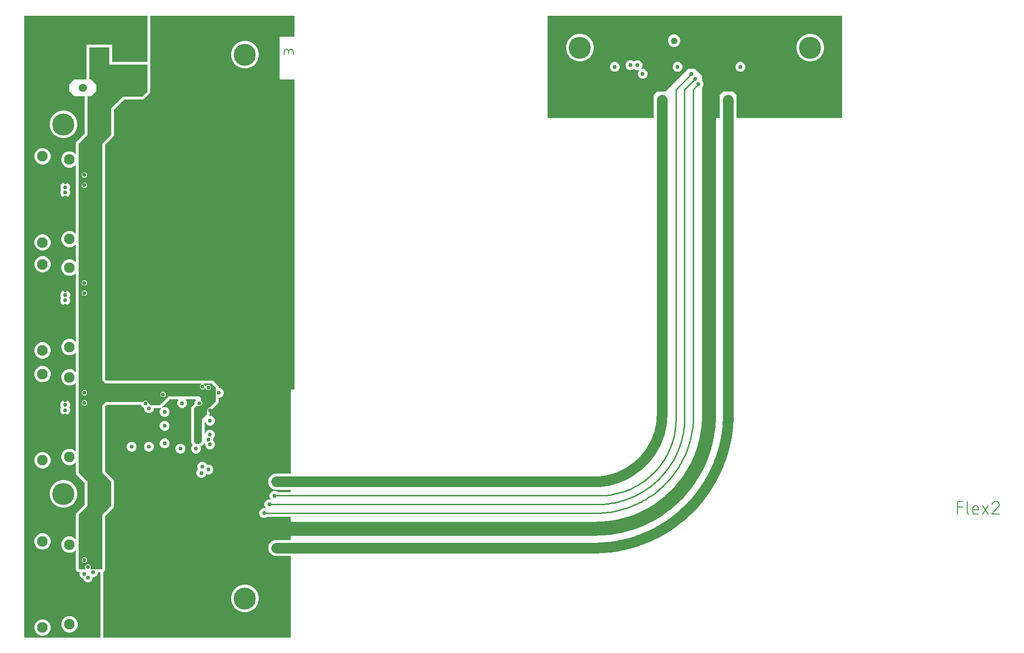
<source format=gbr>
G04 EAGLE Gerber RS-274X export*
G75*
%MOMM*%
%FSLAX34Y34*%
%LPD*%
%INFlex Layer 2*%
%IPPOS*%
%AMOC8*
5,1,8,0,0,1.08239X$1,22.5*%
G01*
%ADD10C,0.152400*%
%ADD11C,0.203200*%
%ADD12C,1.500000*%
%ADD13C,1.950000*%
%ADD14C,1.219200*%
%ADD15C,4.016000*%
%ADD16C,0.756400*%
%ADD17C,2.540000*%
%ADD18C,0.295000*%
%ADD19C,1.905000*%

G36*
X488970Y5084D02*
X488970Y5084D01*
X488989Y5082D01*
X489091Y5104D01*
X489193Y5120D01*
X489210Y5130D01*
X489230Y5134D01*
X489319Y5187D01*
X489410Y5236D01*
X489424Y5250D01*
X489441Y5260D01*
X489508Y5339D01*
X489580Y5414D01*
X489588Y5432D01*
X489601Y5447D01*
X489640Y5543D01*
X489683Y5637D01*
X489685Y5657D01*
X489693Y5675D01*
X489711Y5842D01*
X489711Y152908D01*
X489708Y152928D01*
X489710Y152947D01*
X489688Y153049D01*
X489672Y153151D01*
X489662Y153168D01*
X489658Y153188D01*
X489605Y153277D01*
X489556Y153368D01*
X489542Y153382D01*
X489532Y153399D01*
X489453Y153466D01*
X489378Y153538D01*
X489360Y153546D01*
X489345Y153559D01*
X489249Y153598D01*
X489155Y153641D01*
X489135Y153643D01*
X489117Y153651D01*
X488950Y153669D01*
X460645Y153669D01*
X455276Y155893D01*
X451168Y160001D01*
X448944Y165370D01*
X448944Y171180D01*
X451168Y176549D01*
X455276Y180657D01*
X460645Y182881D01*
X488950Y182881D01*
X488970Y182884D01*
X488989Y182882D01*
X489091Y182904D01*
X489193Y182920D01*
X489210Y182930D01*
X489230Y182934D01*
X489319Y182987D01*
X489410Y183036D01*
X489424Y183050D01*
X489441Y183060D01*
X489508Y183139D01*
X489580Y183214D01*
X489588Y183232D01*
X489601Y183247D01*
X489640Y183343D01*
X489683Y183437D01*
X489685Y183457D01*
X489693Y183475D01*
X489711Y183642D01*
X489711Y224458D01*
X489708Y224478D01*
X489710Y224497D01*
X489688Y224599D01*
X489672Y224701D01*
X489662Y224718D01*
X489658Y224738D01*
X489605Y224827D01*
X489556Y224918D01*
X489542Y224932D01*
X489532Y224949D01*
X489453Y225016D01*
X489378Y225088D01*
X489360Y225096D01*
X489345Y225109D01*
X489249Y225148D01*
X489155Y225191D01*
X489135Y225193D01*
X489117Y225201D01*
X488950Y225219D01*
X447618Y225219D01*
X447528Y225205D01*
X447437Y225197D01*
X447408Y225185D01*
X447376Y225180D01*
X447295Y225137D01*
X447211Y225101D01*
X447179Y225075D01*
X447158Y225064D01*
X447136Y225041D01*
X447080Y224996D01*
X446345Y224262D01*
X443088Y222912D01*
X439562Y222912D01*
X436305Y224262D01*
X433812Y226755D01*
X432462Y230012D01*
X432462Y233538D01*
X433812Y236795D01*
X436305Y239288D01*
X439562Y240638D01*
X443088Y240638D01*
X443377Y240518D01*
X443472Y240496D01*
X443565Y240467D01*
X443591Y240468D01*
X443617Y240462D01*
X443713Y240471D01*
X443811Y240473D01*
X443835Y240482D01*
X443861Y240485D01*
X443951Y240524D01*
X444042Y240558D01*
X444062Y240574D01*
X444086Y240585D01*
X444158Y240651D01*
X444234Y240712D01*
X444248Y240734D01*
X444267Y240751D01*
X444314Y240837D01*
X444367Y240919D01*
X444373Y240944D01*
X444386Y240967D01*
X444403Y241063D01*
X444427Y241157D01*
X444425Y241183D01*
X444430Y241209D01*
X444415Y241305D01*
X444408Y241402D01*
X444398Y241426D01*
X444394Y241452D01*
X444350Y241539D01*
X444312Y241629D01*
X444291Y241654D01*
X444282Y241671D01*
X444259Y241694D01*
X444207Y241760D01*
X443337Y242630D01*
X441987Y245887D01*
X441987Y249413D01*
X443337Y252670D01*
X445830Y255163D01*
X449087Y256513D01*
X452427Y256513D01*
X452498Y256524D01*
X452569Y256526D01*
X452618Y256544D01*
X452670Y256552D01*
X452733Y256586D01*
X452801Y256611D01*
X452841Y256643D01*
X452887Y256668D01*
X452937Y256720D01*
X452993Y256764D01*
X453021Y256808D01*
X453057Y256846D01*
X453087Y256911D01*
X453126Y256971D01*
X453138Y257022D01*
X453160Y257069D01*
X453168Y257140D01*
X453186Y257210D01*
X453182Y257262D01*
X453187Y257313D01*
X453172Y257384D01*
X453166Y257455D01*
X453146Y257503D01*
X453135Y257554D01*
X453098Y257615D01*
X453070Y257681D01*
X453025Y257737D01*
X453009Y257765D01*
X452991Y257780D01*
X452965Y257812D01*
X452567Y258210D01*
X451218Y261468D01*
X451218Y264994D01*
X452567Y268251D01*
X455060Y270744D01*
X458318Y272093D01*
X461844Y272093D01*
X465101Y270744D01*
X465541Y270304D01*
X465615Y270251D01*
X465685Y270191D01*
X465715Y270179D01*
X465741Y270160D01*
X465828Y270133D01*
X465913Y270099D01*
X465954Y270095D01*
X465976Y270088D01*
X466008Y270089D01*
X466080Y270081D01*
X488950Y270081D01*
X488970Y270084D01*
X488989Y270082D01*
X489091Y270104D01*
X489193Y270120D01*
X489210Y270130D01*
X489230Y270134D01*
X489319Y270187D01*
X489410Y270236D01*
X489424Y270250D01*
X489441Y270260D01*
X489508Y270339D01*
X489579Y270414D01*
X489588Y270432D01*
X489601Y270447D01*
X489640Y270543D01*
X489683Y270637D01*
X489685Y270657D01*
X489693Y270675D01*
X489711Y270842D01*
X489711Y273558D01*
X489708Y273578D01*
X489710Y273597D01*
X489688Y273699D01*
X489671Y273801D01*
X489662Y273818D01*
X489658Y273838D01*
X489605Y273927D01*
X489556Y274018D01*
X489542Y274032D01*
X489532Y274049D01*
X489453Y274116D01*
X489378Y274188D01*
X489360Y274196D01*
X489345Y274209D01*
X489249Y274248D01*
X489155Y274291D01*
X489135Y274293D01*
X489117Y274301D01*
X488950Y274319D01*
X460645Y274319D01*
X455276Y276543D01*
X451168Y280651D01*
X448944Y286020D01*
X448944Y291830D01*
X451168Y297199D01*
X455276Y301307D01*
X460645Y303531D01*
X488950Y303531D01*
X488970Y303534D01*
X488989Y303532D01*
X489091Y303554D01*
X489193Y303570D01*
X489210Y303580D01*
X489230Y303584D01*
X489319Y303637D01*
X489410Y303686D01*
X489424Y303700D01*
X489441Y303710D01*
X489508Y303789D01*
X489579Y303864D01*
X489588Y303882D01*
X489601Y303897D01*
X489640Y303993D01*
X489683Y304087D01*
X489685Y304107D01*
X489693Y304125D01*
X489711Y304292D01*
X489711Y456439D01*
X495808Y456439D01*
X495828Y456442D01*
X495847Y456440D01*
X495949Y456462D01*
X496051Y456478D01*
X496068Y456488D01*
X496088Y456492D01*
X496177Y456545D01*
X496268Y456594D01*
X496282Y456608D01*
X496299Y456618D01*
X496366Y456697D01*
X496438Y456772D01*
X496446Y456790D01*
X496459Y456805D01*
X496498Y456901D01*
X496541Y456995D01*
X496543Y457015D01*
X496551Y457033D01*
X496569Y457200D01*
X496569Y1020826D01*
X496566Y1020846D01*
X496568Y1020865D01*
X496546Y1020967D01*
X496530Y1021069D01*
X496520Y1021086D01*
X496516Y1021106D01*
X496463Y1021195D01*
X496414Y1021286D01*
X496400Y1021300D01*
X496390Y1021317D01*
X496311Y1021384D01*
X496236Y1021456D01*
X496218Y1021464D01*
X496203Y1021477D01*
X496107Y1021516D01*
X496013Y1021559D01*
X495993Y1021561D01*
X495975Y1021569D01*
X495808Y1021587D01*
X469584Y1021587D01*
X469137Y1022034D01*
X469137Y1098866D01*
X469584Y1099313D01*
X495808Y1099313D01*
X495828Y1099316D01*
X495847Y1099314D01*
X495949Y1099336D01*
X496051Y1099352D01*
X496068Y1099362D01*
X496088Y1099366D01*
X496177Y1099419D01*
X496268Y1099468D01*
X496282Y1099482D01*
X496299Y1099492D01*
X496366Y1099571D01*
X496438Y1099646D01*
X496446Y1099664D01*
X496459Y1099679D01*
X496498Y1099775D01*
X496541Y1099869D01*
X496543Y1099889D01*
X496551Y1099907D01*
X496569Y1100074D01*
X496569Y1137158D01*
X496566Y1137178D01*
X496568Y1137197D01*
X496546Y1137299D01*
X496530Y1137401D01*
X496520Y1137418D01*
X496516Y1137438D01*
X496463Y1137527D01*
X496414Y1137618D01*
X496400Y1137632D01*
X496390Y1137649D01*
X496311Y1137716D01*
X496236Y1137788D01*
X496218Y1137796D01*
X496203Y1137809D01*
X496107Y1137848D01*
X496013Y1137891D01*
X495993Y1137893D01*
X495975Y1137901D01*
X495808Y1137919D01*
X234950Y1137919D01*
X234930Y1137916D01*
X234911Y1137918D01*
X234809Y1137896D01*
X234707Y1137880D01*
X234690Y1137870D01*
X234670Y1137866D01*
X234581Y1137813D01*
X234490Y1137764D01*
X234476Y1137750D01*
X234459Y1137740D01*
X234392Y1137661D01*
X234321Y1137586D01*
X234312Y1137568D01*
X234299Y1137553D01*
X234260Y1137457D01*
X234217Y1137363D01*
X234215Y1137343D01*
X234207Y1137325D01*
X234189Y1137158D01*
X234189Y1049677D01*
X234199Y1049612D01*
X234200Y1049547D01*
X234223Y1049467D01*
X234229Y1049434D01*
X234238Y1049417D01*
X234247Y1049385D01*
X234443Y1048912D01*
X234443Y998963D01*
X233553Y996815D01*
X222385Y985647D01*
X220237Y984757D01*
X186885Y984757D01*
X186795Y984743D01*
X186704Y984735D01*
X186675Y984723D01*
X186643Y984718D01*
X186562Y984675D01*
X186478Y984639D01*
X186446Y984613D01*
X186425Y984602D01*
X186403Y984579D01*
X186347Y984534D01*
X167991Y966178D01*
X167938Y966104D01*
X167878Y966034D01*
X167866Y966004D01*
X167847Y965978D01*
X167820Y965891D01*
X167786Y965806D01*
X167782Y965765D01*
X167775Y965743D01*
X167776Y965711D01*
X167768Y965640D01*
X167768Y919588D01*
X166878Y917440D01*
X152116Y902678D01*
X152063Y902604D01*
X152003Y902534D01*
X151991Y902504D01*
X151972Y902478D01*
X151945Y902391D01*
X151911Y902306D01*
X151907Y902265D01*
X151900Y902243D01*
X151901Y902211D01*
X151893Y902140D01*
X151893Y475810D01*
X151907Y475720D01*
X151915Y475629D01*
X151927Y475600D01*
X151932Y475568D01*
X151975Y475487D01*
X152011Y475403D01*
X152037Y475371D01*
X152048Y475350D01*
X152071Y475328D01*
X152116Y475272D01*
X154597Y472791D01*
X154671Y472738D01*
X154741Y472678D01*
X154771Y472666D01*
X154797Y472647D01*
X154884Y472620D01*
X154969Y472586D01*
X155010Y472582D01*
X155032Y472575D01*
X155064Y472576D01*
X155135Y472568D01*
X347237Y472568D01*
X349385Y471678D01*
X357378Y463685D01*
X358268Y461537D01*
X358268Y460474D01*
X358271Y460454D01*
X358269Y460435D01*
X358291Y460333D01*
X358307Y460231D01*
X358317Y460214D01*
X358321Y460194D01*
X358374Y460105D01*
X358423Y460014D01*
X358437Y460000D01*
X358447Y459983D01*
X358526Y459916D01*
X358601Y459844D01*
X358619Y459836D01*
X358634Y459823D01*
X358730Y459784D01*
X358824Y459741D01*
X358844Y459739D01*
X358862Y459731D01*
X359029Y459713D01*
X360538Y459713D01*
X363795Y458363D01*
X366288Y455870D01*
X367638Y452613D01*
X367638Y449087D01*
X366288Y445830D01*
X363795Y443337D01*
X360538Y441987D01*
X359029Y441987D01*
X359009Y441984D01*
X358990Y441986D01*
X358888Y441964D01*
X358786Y441948D01*
X358769Y441938D01*
X358749Y441934D01*
X358660Y441881D01*
X358569Y441832D01*
X358555Y441818D01*
X358538Y441808D01*
X358471Y441729D01*
X358399Y441654D01*
X358391Y441636D01*
X358378Y441621D01*
X358339Y441525D01*
X358296Y441431D01*
X358294Y441411D01*
X358286Y441393D01*
X358268Y441226D01*
X358268Y433813D01*
X357378Y431665D01*
X342616Y416903D01*
X342563Y416829D01*
X342503Y416759D01*
X342491Y416729D01*
X342472Y416703D01*
X342445Y416616D01*
X342411Y416531D01*
X342407Y416490D01*
X342400Y416468D01*
X342401Y416436D01*
X342393Y416365D01*
X342393Y411588D01*
X341721Y409965D01*
X341710Y409921D01*
X341691Y409879D01*
X341682Y409802D01*
X341664Y409726D01*
X341669Y409680D01*
X341664Y409635D01*
X341680Y409558D01*
X341688Y409481D01*
X341706Y409439D01*
X341716Y409394D01*
X341756Y409327D01*
X341788Y409256D01*
X341819Y409222D01*
X341842Y409183D01*
X341901Y409132D01*
X341954Y409075D01*
X341994Y409053D01*
X342029Y409023D01*
X342101Y408994D01*
X342169Y408957D01*
X342215Y408948D01*
X342257Y408931D01*
X342393Y408916D01*
X342412Y408913D01*
X342417Y408914D01*
X342424Y408913D01*
X344663Y408913D01*
X347920Y407563D01*
X350413Y405070D01*
X351763Y401813D01*
X351763Y398287D01*
X350413Y395030D01*
X347920Y392537D01*
X344663Y391187D01*
X341137Y391187D01*
X337880Y392537D01*
X335387Y395030D01*
X334332Y397575D01*
X334281Y397658D01*
X334235Y397744D01*
X334216Y397762D01*
X334203Y397784D01*
X334128Y397846D01*
X334057Y397913D01*
X334033Y397924D01*
X334013Y397941D01*
X333922Y397976D01*
X333834Y398017D01*
X333808Y398020D01*
X333784Y398029D01*
X333686Y398033D01*
X333590Y398044D01*
X333564Y398038D01*
X333538Y398039D01*
X333444Y398012D01*
X333349Y397992D01*
X333327Y397978D01*
X333302Y397971D01*
X333222Y397915D01*
X333138Y397865D01*
X333121Y397845D01*
X333100Y397831D01*
X333041Y397752D01*
X332978Y397678D01*
X332968Y397654D01*
X332953Y397633D01*
X332923Y397541D01*
X332886Y397450D01*
X332883Y397418D01*
X332877Y397399D01*
X332877Y397366D01*
X332868Y397284D01*
X332868Y377416D01*
X332883Y377320D01*
X332893Y377223D01*
X332903Y377199D01*
X332907Y377174D01*
X332953Y377088D01*
X332993Y376999D01*
X333010Y376979D01*
X333023Y376956D01*
X333093Y376889D01*
X333159Y376818D01*
X333182Y376805D01*
X333201Y376787D01*
X333289Y376746D01*
X333375Y376699D01*
X333400Y376694D01*
X333424Y376683D01*
X333521Y376673D01*
X333617Y376655D01*
X333643Y376659D01*
X333668Y376656D01*
X333764Y376677D01*
X333860Y376691D01*
X333883Y376703D01*
X333909Y376708D01*
X333992Y376758D01*
X334079Y376803D01*
X334098Y376821D01*
X334120Y376835D01*
X334183Y376909D01*
X334251Y376978D01*
X334267Y377007D01*
X334280Y377022D01*
X334292Y377052D01*
X334332Y377125D01*
X335387Y379670D01*
X337880Y382163D01*
X341137Y383513D01*
X344663Y383513D01*
X347920Y382163D01*
X350413Y379670D01*
X351763Y376413D01*
X351763Y372887D01*
X350413Y369630D01*
X348679Y367895D01*
X348611Y367801D01*
X348541Y367707D01*
X348539Y367701D01*
X348536Y367696D01*
X348501Y367585D01*
X348465Y367473D01*
X348465Y367466D01*
X348463Y367460D01*
X348466Y367344D01*
X348467Y367227D01*
X348469Y367220D01*
X348470Y367215D01*
X348476Y367197D01*
X348514Y367066D01*
X348588Y366888D01*
X348588Y363722D01*
X348602Y363632D01*
X348610Y363541D01*
X348622Y363512D01*
X348627Y363480D01*
X348670Y363399D01*
X348706Y363315D01*
X348732Y363283D01*
X348743Y363262D01*
X348766Y363240D01*
X348811Y363184D01*
X350413Y361581D01*
X351763Y358324D01*
X351763Y354798D01*
X350413Y351541D01*
X347920Y349048D01*
X344663Y347698D01*
X341137Y347698D01*
X337880Y349048D01*
X335387Y351541D01*
X334037Y354798D01*
X334037Y357964D01*
X334023Y358054D01*
X334015Y358145D01*
X334003Y358174D01*
X333998Y358206D01*
X333955Y358287D01*
X333919Y358371D01*
X333893Y358403D01*
X333882Y358424D01*
X333859Y358446D01*
X333814Y358502D01*
X333281Y359035D01*
X333244Y359062D01*
X333213Y359096D01*
X333145Y359133D01*
X333081Y359179D01*
X333037Y359192D01*
X332997Y359214D01*
X332921Y359228D01*
X332846Y359251D01*
X332800Y359250D01*
X332755Y359258D01*
X332678Y359247D01*
X332600Y359245D01*
X332557Y359229D01*
X332512Y359222D01*
X332442Y359187D01*
X332369Y359160D01*
X332334Y359132D01*
X332293Y359111D01*
X332238Y359055D01*
X332177Y359007D01*
X332153Y358968D01*
X332120Y358935D01*
X332054Y358815D01*
X332044Y358800D01*
X332043Y358795D01*
X332039Y358788D01*
X331978Y358640D01*
X327160Y353822D01*
X326190Y353420D01*
X326173Y353410D01*
X326154Y353404D01*
X326069Y353345D01*
X325981Y353290D01*
X325968Y353275D01*
X325952Y353264D01*
X325890Y353181D01*
X325824Y353101D01*
X325817Y353082D01*
X325805Y353066D01*
X325773Y352968D01*
X325736Y352871D01*
X325735Y352851D01*
X325729Y352832D01*
X325730Y352729D01*
X325725Y352626D01*
X325731Y352606D01*
X325731Y352586D01*
X325778Y352425D01*
X326363Y351013D01*
X326363Y347487D01*
X325013Y344230D01*
X322520Y341737D01*
X319263Y340387D01*
X315737Y340387D01*
X312480Y341737D01*
X309987Y344230D01*
X308637Y347487D01*
X308637Y351013D01*
X309987Y354270D01*
X311326Y355610D01*
X311338Y355626D01*
X311353Y355638D01*
X311409Y355726D01*
X311469Y355809D01*
X311475Y355828D01*
X311486Y355845D01*
X311511Y355946D01*
X311542Y356044D01*
X311541Y356064D01*
X311546Y356084D01*
X311538Y356187D01*
X311535Y356290D01*
X311529Y356309D01*
X311527Y356329D01*
X311487Y356424D01*
X311451Y356521D01*
X311438Y356537D01*
X311431Y356555D01*
X311326Y356686D01*
X309372Y358640D01*
X308482Y360788D01*
X308482Y423437D01*
X309372Y425585D01*
X314190Y430403D01*
X314517Y430539D01*
X314617Y430600D01*
X314717Y430660D01*
X314721Y430665D01*
X314726Y430668D01*
X314801Y430758D01*
X314877Y430847D01*
X314879Y430853D01*
X314883Y430858D01*
X314925Y430966D01*
X314969Y431075D01*
X314970Y431083D01*
X314971Y431087D01*
X314972Y431106D01*
X314987Y431242D01*
X314987Y433563D01*
X316337Y436820D01*
X316874Y437358D01*
X316916Y437416D01*
X316965Y437468D01*
X316987Y437515D01*
X317017Y437557D01*
X317039Y437626D01*
X317069Y437691D01*
X317075Y437743D01*
X317090Y437793D01*
X317088Y437864D01*
X317096Y437935D01*
X317085Y437986D01*
X317083Y438038D01*
X317059Y438106D01*
X317044Y438176D01*
X317017Y438221D01*
X316999Y438269D01*
X316954Y438325D01*
X316917Y438387D01*
X316878Y438421D01*
X316845Y438461D01*
X316785Y438500D01*
X316731Y438547D01*
X316682Y438566D01*
X316638Y438594D01*
X316569Y438612D01*
X316502Y438639D01*
X316431Y438647D01*
X316400Y438655D01*
X316377Y438653D01*
X316336Y438657D01*
X299614Y438657D01*
X299544Y438646D01*
X299472Y438644D01*
X299423Y438626D01*
X299372Y438618D01*
X299308Y438584D01*
X299241Y438559D01*
X299200Y438527D01*
X299154Y438502D01*
X299105Y438451D01*
X299049Y438406D01*
X299021Y438362D01*
X298985Y438324D01*
X298955Y438259D01*
X298916Y438199D01*
X298903Y438148D01*
X298881Y438101D01*
X298873Y438030D01*
X298856Y437960D01*
X298860Y437908D01*
X298854Y437857D01*
X298869Y437786D01*
X298875Y437715D01*
X298895Y437667D01*
X298906Y437616D01*
X298943Y437555D01*
X298971Y437489D01*
X299016Y437433D01*
X299033Y437405D01*
X299050Y437390D01*
X299076Y437358D01*
X299613Y436820D01*
X300963Y433563D01*
X300963Y430037D01*
X299613Y426780D01*
X297120Y424287D01*
X293863Y422937D01*
X290337Y422937D01*
X287080Y424287D01*
X284587Y426780D01*
X283237Y430037D01*
X283237Y433563D01*
X284587Y436820D01*
X285124Y437358D01*
X285166Y437416D01*
X285215Y437468D01*
X285237Y437515D01*
X285267Y437557D01*
X285289Y437626D01*
X285319Y437691D01*
X285325Y437743D01*
X285340Y437793D01*
X285338Y437864D01*
X285346Y437935D01*
X285335Y437986D01*
X285333Y438038D01*
X285309Y438106D01*
X285294Y438176D01*
X285267Y438221D01*
X285249Y438269D01*
X285204Y438325D01*
X285167Y438387D01*
X285128Y438421D01*
X285095Y438461D01*
X285035Y438500D01*
X284981Y438547D01*
X284932Y438566D01*
X284888Y438594D01*
X284819Y438612D01*
X284752Y438639D01*
X284681Y438647D01*
X284650Y438655D01*
X284627Y438653D01*
X284586Y438657D01*
X269435Y438657D01*
X269345Y438643D01*
X269254Y438635D01*
X269225Y438623D01*
X269193Y438618D01*
X269112Y438575D01*
X269028Y438539D01*
X268996Y438513D01*
X268975Y438502D01*
X268953Y438479D01*
X268897Y438434D01*
X255885Y425422D01*
X255597Y425135D01*
X255541Y425055D01*
X255479Y424980D01*
X255469Y424956D01*
X255454Y424935D01*
X255425Y424842D01*
X255390Y424751D01*
X255389Y424725D01*
X255382Y424700D01*
X255384Y424602D01*
X255380Y424505D01*
X255387Y424480D01*
X255388Y424454D01*
X255421Y424362D01*
X255448Y424269D01*
X255463Y424247D01*
X255472Y424223D01*
X255533Y424147D01*
X255589Y424067D01*
X255610Y424051D01*
X255626Y424031D01*
X255708Y423978D01*
X255786Y423920D01*
X255811Y423912D01*
X255833Y423898D01*
X255927Y423874D01*
X256020Y423844D01*
X256046Y423844D01*
X256071Y423838D01*
X256169Y423845D01*
X256266Y423846D01*
X256297Y423855D01*
X256317Y423857D01*
X256347Y423870D01*
X256427Y423893D01*
X258587Y424788D01*
X262113Y424788D01*
X265370Y423438D01*
X267863Y420945D01*
X269213Y417688D01*
X269213Y414162D01*
X267863Y410905D01*
X265370Y408412D01*
X262113Y407062D01*
X258587Y407062D01*
X255330Y408412D01*
X252837Y410905D01*
X251487Y414162D01*
X251487Y417688D01*
X252837Y420945D01*
X253867Y421976D01*
X253924Y422055D01*
X253986Y422130D01*
X253995Y422154D01*
X254010Y422175D01*
X254039Y422268D01*
X254074Y422359D01*
X254075Y422385D01*
X254083Y422410D01*
X254080Y422508D01*
X254084Y422605D01*
X254077Y422630D01*
X254076Y422656D01*
X254043Y422748D01*
X254016Y422841D01*
X254001Y422863D01*
X253992Y422887D01*
X253931Y422964D01*
X253876Y423043D01*
X253855Y423059D01*
X253838Y423079D01*
X253756Y423132D01*
X253678Y423190D01*
X253653Y423198D01*
X253631Y423212D01*
X253537Y423236D01*
X253444Y423266D01*
X253418Y423266D01*
X253393Y423272D01*
X253296Y423265D01*
X253198Y423264D01*
X253167Y423255D01*
X253148Y423253D01*
X253117Y423240D01*
X253037Y423217D01*
X251987Y422782D01*
X241552Y422782D01*
X241532Y422779D01*
X241512Y422781D01*
X241411Y422759D01*
X241309Y422743D01*
X241291Y422733D01*
X241272Y422729D01*
X241183Y422676D01*
X241091Y422627D01*
X241078Y422613D01*
X241061Y422603D01*
X240993Y422524D01*
X240922Y422449D01*
X240914Y422431D01*
X240901Y422416D01*
X240862Y422320D01*
X240818Y422226D01*
X240816Y422206D01*
X240809Y422188D01*
X240790Y422021D01*
X240790Y420665D01*
X239441Y417407D01*
X236948Y414914D01*
X233691Y413565D01*
X230165Y413565D01*
X226907Y414914D01*
X224414Y417407D01*
X223065Y420665D01*
X223065Y422676D01*
X223046Y422791D01*
X223029Y422907D01*
X223026Y422913D01*
X223025Y422919D01*
X222971Y423021D01*
X222918Y423126D01*
X222913Y423131D01*
X222910Y423136D01*
X222826Y423216D01*
X222742Y423298D01*
X222735Y423302D01*
X222732Y423305D01*
X222715Y423313D01*
X222595Y423379D01*
X220405Y424287D01*
X217912Y426780D01*
X217132Y428662D01*
X217070Y428762D01*
X217010Y428862D01*
X217005Y428866D01*
X217002Y428871D01*
X216912Y428946D01*
X216823Y429022D01*
X216817Y429024D01*
X216813Y429028D01*
X216704Y429070D01*
X216595Y429114D01*
X216588Y429115D01*
X216583Y429116D01*
X216565Y429117D01*
X216428Y429132D01*
X155135Y429132D01*
X155045Y429118D01*
X154954Y429110D01*
X154925Y429098D01*
X154893Y429093D01*
X154812Y429050D01*
X154728Y429014D01*
X154696Y428988D01*
X154675Y428977D01*
X154653Y428954D01*
X154597Y428909D01*
X152116Y426428D01*
X152063Y426354D01*
X152003Y426284D01*
X151991Y426254D01*
X151972Y426228D01*
X151945Y426141D01*
X151911Y426056D01*
X151907Y426015D01*
X151900Y425993D01*
X151901Y425961D01*
X151893Y425890D01*
X151893Y307535D01*
X151907Y307445D01*
X151915Y307354D01*
X151927Y307325D01*
X151932Y307293D01*
X151975Y307212D01*
X152011Y307128D01*
X152037Y307096D01*
X152048Y307075D01*
X152071Y307053D01*
X152116Y306997D01*
X166878Y292235D01*
X167768Y290087D01*
X167768Y243313D01*
X166878Y241165D01*
X152116Y226403D01*
X152063Y226329D01*
X152003Y226259D01*
X151991Y226229D01*
X151972Y226203D01*
X151945Y226116D01*
X151911Y226031D01*
X151907Y225990D01*
X151900Y225968D01*
X151901Y225936D01*
X151893Y225865D01*
X151893Y129013D01*
X151003Y126865D01*
X149360Y125222D01*
X148934Y125045D01*
X148834Y124983D01*
X148734Y124924D01*
X148730Y124919D01*
X148725Y124916D01*
X148650Y124825D01*
X148574Y124737D01*
X148572Y124731D01*
X148568Y124726D01*
X148526Y124618D01*
X148482Y124509D01*
X148481Y124501D01*
X148480Y124497D01*
X148479Y124478D01*
X148464Y124342D01*
X148464Y5842D01*
X148467Y5822D01*
X148465Y5803D01*
X148487Y5701D01*
X148504Y5599D01*
X148513Y5582D01*
X148517Y5562D01*
X148570Y5473D01*
X148619Y5382D01*
X148633Y5368D01*
X148643Y5351D01*
X148722Y5284D01*
X148797Y5212D01*
X148815Y5204D01*
X148830Y5191D01*
X148926Y5152D01*
X149020Y5109D01*
X149040Y5107D01*
X149058Y5099D01*
X149225Y5081D01*
X488950Y5081D01*
X488970Y5084D01*
G37*
G36*
X142641Y5084D02*
X142641Y5084D01*
X142660Y5082D01*
X142762Y5104D01*
X142864Y5120D01*
X142881Y5130D01*
X142901Y5134D01*
X142990Y5187D01*
X143081Y5236D01*
X143095Y5250D01*
X143112Y5260D01*
X143179Y5339D01*
X143251Y5414D01*
X143259Y5432D01*
X143272Y5447D01*
X143311Y5543D01*
X143354Y5637D01*
X143356Y5657D01*
X143364Y5675D01*
X143382Y5842D01*
X143382Y123571D01*
X143379Y123591D01*
X143381Y123610D01*
X143359Y123712D01*
X143343Y123814D01*
X143333Y123831D01*
X143329Y123851D01*
X143276Y123940D01*
X143227Y124031D01*
X143213Y124045D01*
X143203Y124062D01*
X143124Y124129D01*
X143049Y124201D01*
X143031Y124209D01*
X143016Y124222D01*
X142920Y124261D01*
X142826Y124304D01*
X142806Y124306D01*
X142788Y124314D01*
X142621Y124332D01*
X139799Y124332D01*
X139779Y124329D01*
X139760Y124331D01*
X139658Y124309D01*
X139556Y124293D01*
X139539Y124283D01*
X139519Y124279D01*
X139430Y124226D01*
X139339Y124177D01*
X139325Y124163D01*
X139308Y124153D01*
X139241Y124074D01*
X139169Y123999D01*
X139161Y123981D01*
X139148Y123966D01*
X139109Y123870D01*
X139066Y123776D01*
X139064Y123756D01*
X139056Y123738D01*
X139038Y123571D01*
X139038Y122062D01*
X137688Y118805D01*
X135195Y116312D01*
X131938Y114962D01*
X130274Y114962D01*
X130254Y114959D01*
X130235Y114961D01*
X130133Y114939D01*
X130031Y114923D01*
X130014Y114913D01*
X129994Y114909D01*
X129905Y114856D01*
X129814Y114807D01*
X129800Y114793D01*
X129783Y114783D01*
X129716Y114704D01*
X129644Y114629D01*
X129636Y114611D01*
X129623Y114596D01*
X129584Y114500D01*
X129541Y114406D01*
X129539Y114386D01*
X129531Y114368D01*
X129513Y114201D01*
X129513Y112537D01*
X128163Y109280D01*
X125670Y106787D01*
X122413Y105437D01*
X118887Y105437D01*
X115630Y106787D01*
X113137Y109280D01*
X112128Y111716D01*
X112079Y111793D01*
X112038Y111874D01*
X112015Y111897D01*
X111998Y111925D01*
X111928Y111983D01*
X111863Y112047D01*
X111827Y112067D01*
X111808Y112081D01*
X111778Y112093D01*
X111716Y112128D01*
X109280Y113137D01*
X106787Y115630D01*
X105437Y118887D01*
X105437Y122413D01*
X105796Y123280D01*
X105807Y123324D01*
X105826Y123366D01*
X105835Y123443D01*
X105852Y123519D01*
X105848Y123565D01*
X105853Y123610D01*
X105837Y123687D01*
X105829Y123764D01*
X105811Y123806D01*
X105801Y123851D01*
X105761Y123918D01*
X105729Y123989D01*
X105698Y124023D01*
X105675Y124062D01*
X105616Y124113D01*
X105563Y124170D01*
X105523Y124192D01*
X105488Y124222D01*
X105416Y124251D01*
X105347Y124288D01*
X105302Y124297D01*
X105260Y124314D01*
X105124Y124329D01*
X105105Y124332D01*
X105100Y124331D01*
X105093Y124332D01*
X103613Y124332D01*
X101465Y125222D01*
X99822Y126865D01*
X98932Y129013D01*
X98932Y163071D01*
X98921Y163141D01*
X98919Y163213D01*
X98901Y163262D01*
X98893Y163313D01*
X98859Y163377D01*
X98834Y163444D01*
X98802Y163485D01*
X98777Y163531D01*
X98725Y163580D01*
X98681Y163636D01*
X98637Y163664D01*
X98599Y163700D01*
X98534Y163730D01*
X98474Y163769D01*
X98423Y163782D01*
X98376Y163804D01*
X98305Y163812D01*
X98235Y163829D01*
X98183Y163825D01*
X98132Y163831D01*
X98061Y163816D01*
X97990Y163810D01*
X97942Y163790D01*
X97891Y163779D01*
X97830Y163742D01*
X97764Y163714D01*
X97708Y163669D01*
X97680Y163652D01*
X97665Y163635D01*
X97633Y163609D01*
X95551Y161527D01*
X90100Y159269D01*
X84200Y159269D01*
X78749Y161527D01*
X74577Y165699D01*
X72319Y171150D01*
X72319Y177050D01*
X74577Y182501D01*
X78749Y186673D01*
X84200Y188931D01*
X90100Y188931D01*
X95551Y186673D01*
X97633Y184591D01*
X97691Y184549D01*
X97743Y184500D01*
X97790Y184478D01*
X97832Y184448D01*
X97901Y184426D01*
X97966Y184396D01*
X98018Y184391D01*
X98068Y184375D01*
X98139Y184377D01*
X98210Y184369D01*
X98261Y184380D01*
X98313Y184382D01*
X98381Y184406D01*
X98451Y184421D01*
X98496Y184448D01*
X98544Y184466D01*
X98600Y184511D01*
X98662Y184548D01*
X98696Y184587D01*
X98736Y184620D01*
X98775Y184680D01*
X98822Y184734D01*
X98841Y184783D01*
X98869Y184827D01*
X98887Y184896D01*
X98914Y184963D01*
X98922Y185034D01*
X98930Y185065D01*
X98928Y185088D01*
X98932Y185129D01*
X98932Y229762D01*
X99822Y231910D01*
X114584Y246672D01*
X114637Y246746D01*
X114697Y246816D01*
X114709Y246846D01*
X114728Y246872D01*
X114755Y246959D01*
X114789Y247044D01*
X114793Y247085D01*
X114800Y247107D01*
X114799Y247139D01*
X114807Y247210D01*
X114807Y286190D01*
X114793Y286280D01*
X114785Y286371D01*
X114773Y286400D01*
X114768Y286432D01*
X114725Y286513D01*
X114689Y286597D01*
X114663Y286629D01*
X114652Y286650D01*
X114629Y286672D01*
X114584Y286728D01*
X99822Y301490D01*
X98932Y303638D01*
X98932Y322871D01*
X98921Y322941D01*
X98919Y323013D01*
X98901Y323062D01*
X98893Y323113D01*
X98859Y323177D01*
X98834Y323244D01*
X98802Y323285D01*
X98777Y323331D01*
X98725Y323380D01*
X98681Y323436D01*
X98637Y323464D01*
X98599Y323500D01*
X98534Y323530D01*
X98474Y323569D01*
X98423Y323582D01*
X98376Y323604D01*
X98305Y323612D01*
X98235Y323629D01*
X98183Y323625D01*
X98132Y323631D01*
X98061Y323616D01*
X97990Y323610D01*
X97942Y323590D01*
X97891Y323579D01*
X97830Y323542D01*
X97764Y323514D01*
X97708Y323469D01*
X97680Y323452D01*
X97665Y323435D01*
X97633Y323409D01*
X95551Y321327D01*
X90100Y319069D01*
X84200Y319069D01*
X78749Y321327D01*
X74577Y325499D01*
X72319Y330950D01*
X72319Y336850D01*
X74577Y342301D01*
X78749Y346473D01*
X84200Y348731D01*
X90100Y348731D01*
X95551Y346473D01*
X97633Y344391D01*
X97691Y344349D01*
X97743Y344300D01*
X97790Y344278D01*
X97832Y344248D01*
X97901Y344226D01*
X97966Y344196D01*
X98018Y344191D01*
X98068Y344175D01*
X98139Y344177D01*
X98210Y344169D01*
X98261Y344180D01*
X98313Y344182D01*
X98381Y344206D01*
X98451Y344221D01*
X98496Y344248D01*
X98544Y344266D01*
X98600Y344311D01*
X98662Y344348D01*
X98696Y344387D01*
X98736Y344420D01*
X98775Y344480D01*
X98822Y344534D01*
X98841Y344583D01*
X98869Y344627D01*
X98887Y344696D01*
X98914Y344763D01*
X98922Y344834D01*
X98930Y344865D01*
X98928Y344888D01*
X98932Y344929D01*
X98932Y467871D01*
X98921Y467941D01*
X98919Y468013D01*
X98901Y468062D01*
X98893Y468113D01*
X98859Y468177D01*
X98834Y468244D01*
X98802Y468285D01*
X98777Y468331D01*
X98725Y468380D01*
X98681Y468436D01*
X98637Y468464D01*
X98599Y468500D01*
X98534Y468530D01*
X98474Y468569D01*
X98423Y468582D01*
X98376Y468604D01*
X98305Y468612D01*
X98235Y468629D01*
X98183Y468625D01*
X98132Y468631D01*
X98061Y468616D01*
X97990Y468610D01*
X97942Y468590D01*
X97891Y468579D01*
X97830Y468542D01*
X97764Y468514D01*
X97708Y468469D01*
X97680Y468452D01*
X97665Y468435D01*
X97633Y468409D01*
X95551Y466327D01*
X90100Y464069D01*
X84200Y464069D01*
X78749Y466327D01*
X74577Y470499D01*
X72319Y475950D01*
X72319Y481850D01*
X74577Y487301D01*
X78749Y491473D01*
X84200Y493731D01*
X90100Y493731D01*
X95551Y491473D01*
X97633Y489391D01*
X97691Y489349D01*
X97743Y489300D01*
X97790Y489278D01*
X97832Y489248D01*
X97901Y489226D01*
X97966Y489196D01*
X98018Y489191D01*
X98068Y489175D01*
X98139Y489177D01*
X98210Y489169D01*
X98261Y489180D01*
X98313Y489182D01*
X98381Y489206D01*
X98451Y489221D01*
X98496Y489248D01*
X98544Y489266D01*
X98600Y489311D01*
X98662Y489348D01*
X98696Y489387D01*
X98736Y489420D01*
X98775Y489480D01*
X98822Y489534D01*
X98841Y489583D01*
X98869Y489627D01*
X98887Y489696D01*
X98914Y489763D01*
X98922Y489834D01*
X98930Y489865D01*
X98928Y489888D01*
X98932Y489929D01*
X98932Y522896D01*
X98921Y522966D01*
X98919Y523038D01*
X98901Y523087D01*
X98893Y523138D01*
X98859Y523202D01*
X98834Y523269D01*
X98802Y523310D01*
X98777Y523356D01*
X98725Y523405D01*
X98681Y523461D01*
X98637Y523489D01*
X98599Y523525D01*
X98534Y523555D01*
X98474Y523594D01*
X98423Y523607D01*
X98376Y523629D01*
X98305Y523637D01*
X98235Y523654D01*
X98183Y523650D01*
X98132Y523656D01*
X98061Y523641D01*
X97990Y523635D01*
X97942Y523615D01*
X97891Y523604D01*
X97830Y523567D01*
X97764Y523539D01*
X97708Y523494D01*
X97680Y523477D01*
X97665Y523460D01*
X97633Y523434D01*
X95551Y521352D01*
X90100Y519094D01*
X84200Y519094D01*
X78749Y521352D01*
X74577Y525524D01*
X72319Y530975D01*
X72319Y536875D01*
X74577Y542326D01*
X78749Y546498D01*
X84200Y548756D01*
X90100Y548756D01*
X95551Y546498D01*
X97633Y544416D01*
X97691Y544374D01*
X97743Y544325D01*
X97790Y544303D01*
X97832Y544273D01*
X97901Y544251D01*
X97966Y544221D01*
X98018Y544216D01*
X98068Y544200D01*
X98139Y544202D01*
X98210Y544194D01*
X98261Y544205D01*
X98313Y544207D01*
X98381Y544231D01*
X98451Y544246D01*
X98496Y544273D01*
X98544Y544291D01*
X98600Y544336D01*
X98662Y544373D01*
X98696Y544412D01*
X98736Y544445D01*
X98775Y544505D01*
X98822Y544559D01*
X98841Y544608D01*
X98869Y544652D01*
X98887Y544721D01*
X98914Y544788D01*
X98922Y544859D01*
X98930Y544890D01*
X98928Y544913D01*
X98932Y544954D01*
X98932Y667896D01*
X98921Y667966D01*
X98919Y668038D01*
X98901Y668087D01*
X98893Y668138D01*
X98859Y668202D01*
X98834Y668269D01*
X98802Y668310D01*
X98777Y668356D01*
X98725Y668405D01*
X98681Y668461D01*
X98637Y668489D01*
X98599Y668525D01*
X98534Y668555D01*
X98474Y668594D01*
X98423Y668607D01*
X98376Y668629D01*
X98305Y668637D01*
X98235Y668654D01*
X98183Y668650D01*
X98132Y668656D01*
X98061Y668641D01*
X97990Y668635D01*
X97942Y668615D01*
X97891Y668604D01*
X97830Y668567D01*
X97764Y668539D01*
X97708Y668494D01*
X97680Y668477D01*
X97665Y668460D01*
X97633Y668434D01*
X95551Y666352D01*
X90100Y664094D01*
X84200Y664094D01*
X78749Y666352D01*
X74577Y670524D01*
X72319Y675975D01*
X72319Y681875D01*
X74577Y687326D01*
X78749Y691498D01*
X84200Y693756D01*
X90100Y693756D01*
X95551Y691498D01*
X97633Y689416D01*
X97691Y689374D01*
X97743Y689325D01*
X97790Y689303D01*
X97832Y689273D01*
X97901Y689251D01*
X97966Y689221D01*
X98018Y689216D01*
X98068Y689200D01*
X98139Y689202D01*
X98210Y689194D01*
X98261Y689205D01*
X98313Y689207D01*
X98381Y689231D01*
X98451Y689246D01*
X98496Y689273D01*
X98544Y689291D01*
X98600Y689336D01*
X98662Y689373D01*
X98696Y689412D01*
X98736Y689445D01*
X98775Y689505D01*
X98822Y689559D01*
X98841Y689608D01*
X98869Y689652D01*
X98887Y689721D01*
X98914Y689788D01*
X98922Y689859D01*
X98930Y689890D01*
X98928Y689913D01*
X98932Y689954D01*
X98932Y719746D01*
X98921Y719816D01*
X98919Y719888D01*
X98901Y719937D01*
X98893Y719988D01*
X98859Y720052D01*
X98834Y720119D01*
X98802Y720160D01*
X98777Y720206D01*
X98725Y720255D01*
X98681Y720311D01*
X98637Y720339D01*
X98599Y720375D01*
X98534Y720405D01*
X98474Y720444D01*
X98423Y720457D01*
X98376Y720479D01*
X98305Y720487D01*
X98235Y720504D01*
X98183Y720500D01*
X98132Y720506D01*
X98061Y720491D01*
X97990Y720485D01*
X97942Y720465D01*
X97891Y720454D01*
X97830Y720417D01*
X97764Y720389D01*
X97708Y720344D01*
X97680Y720327D01*
X97665Y720310D01*
X97633Y720284D01*
X95551Y718202D01*
X90100Y715944D01*
X84200Y715944D01*
X78749Y718202D01*
X74577Y722374D01*
X72319Y727825D01*
X72319Y733725D01*
X74577Y739176D01*
X78749Y743348D01*
X84200Y745606D01*
X90100Y745606D01*
X95551Y743348D01*
X97633Y741266D01*
X97691Y741224D01*
X97743Y741175D01*
X97790Y741153D01*
X97832Y741123D01*
X97901Y741101D01*
X97966Y741071D01*
X98018Y741066D01*
X98068Y741050D01*
X98139Y741052D01*
X98210Y741044D01*
X98261Y741055D01*
X98313Y741057D01*
X98381Y741081D01*
X98451Y741096D01*
X98496Y741123D01*
X98544Y741141D01*
X98600Y741186D01*
X98662Y741223D01*
X98696Y741262D01*
X98736Y741295D01*
X98775Y741355D01*
X98822Y741409D01*
X98841Y741458D01*
X98869Y741502D01*
X98887Y741571D01*
X98914Y741638D01*
X98922Y741709D01*
X98930Y741740D01*
X98928Y741763D01*
X98932Y741804D01*
X98932Y864746D01*
X98921Y864816D01*
X98919Y864888D01*
X98901Y864937D01*
X98893Y864988D01*
X98859Y865052D01*
X98834Y865119D01*
X98802Y865160D01*
X98777Y865206D01*
X98725Y865255D01*
X98681Y865311D01*
X98637Y865339D01*
X98599Y865375D01*
X98534Y865405D01*
X98474Y865444D01*
X98423Y865457D01*
X98376Y865479D01*
X98305Y865487D01*
X98235Y865504D01*
X98183Y865500D01*
X98132Y865506D01*
X98061Y865491D01*
X97990Y865485D01*
X97942Y865465D01*
X97891Y865454D01*
X97830Y865417D01*
X97764Y865389D01*
X97708Y865344D01*
X97680Y865327D01*
X97665Y865310D01*
X97633Y865284D01*
X95551Y863202D01*
X90100Y860944D01*
X84200Y860944D01*
X78749Y863202D01*
X74577Y867374D01*
X72319Y872825D01*
X72319Y878725D01*
X74577Y884176D01*
X78749Y888348D01*
X84200Y890606D01*
X90100Y890606D01*
X95551Y888348D01*
X97633Y886266D01*
X97691Y886224D01*
X97743Y886175D01*
X97790Y886153D01*
X97832Y886123D01*
X97901Y886101D01*
X97966Y886071D01*
X98018Y886066D01*
X98068Y886050D01*
X98139Y886052D01*
X98210Y886044D01*
X98261Y886055D01*
X98313Y886057D01*
X98381Y886081D01*
X98451Y886096D01*
X98496Y886123D01*
X98544Y886141D01*
X98600Y886186D01*
X98662Y886223D01*
X98696Y886262D01*
X98736Y886295D01*
X98775Y886355D01*
X98822Y886409D01*
X98841Y886458D01*
X98869Y886502D01*
X98887Y886571D01*
X98914Y886638D01*
X98922Y886709D01*
X98930Y886740D01*
X98928Y886763D01*
X98932Y886804D01*
X98932Y906037D01*
X99822Y908185D01*
X114584Y922947D01*
X114637Y923021D01*
X114697Y923091D01*
X114709Y923121D01*
X114728Y923147D01*
X114755Y923234D01*
X114789Y923319D01*
X114793Y923360D01*
X114800Y923382D01*
X114799Y923414D01*
X114807Y923485D01*
X114807Y990600D01*
X114804Y990620D01*
X114806Y990639D01*
X114784Y990741D01*
X114768Y990843D01*
X114758Y990860D01*
X114754Y990880D01*
X114701Y990969D01*
X114652Y991060D01*
X114638Y991074D01*
X114628Y991091D01*
X114549Y991158D01*
X114474Y991230D01*
X114456Y991238D01*
X114441Y991251D01*
X114345Y991290D01*
X114251Y991333D01*
X114231Y991335D01*
X114213Y991343D01*
X114046Y991361D01*
X95565Y991361D01*
X86486Y1000440D01*
X86486Y1012510D01*
X95565Y1021589D01*
X117221Y1021589D01*
X117241Y1021592D01*
X117260Y1021590D01*
X117362Y1021612D01*
X117464Y1021629D01*
X117481Y1021638D01*
X117501Y1021642D01*
X117590Y1021695D01*
X117681Y1021744D01*
X117695Y1021758D01*
X117712Y1021768D01*
X117779Y1021847D01*
X117851Y1021922D01*
X117859Y1021940D01*
X117872Y1021955D01*
X117911Y1022051D01*
X117954Y1022145D01*
X117956Y1022165D01*
X117964Y1022183D01*
X117982Y1022350D01*
X117982Y1080662D01*
X118178Y1081135D01*
X118193Y1081199D01*
X118218Y1081260D01*
X118227Y1081343D01*
X118234Y1081375D01*
X118233Y1081394D01*
X118236Y1081427D01*
X118236Y1085089D01*
X121898Y1085089D01*
X121963Y1085099D01*
X122028Y1085100D01*
X122108Y1085123D01*
X122141Y1085129D01*
X122158Y1085138D01*
X122190Y1085147D01*
X122663Y1085343D01*
X159912Y1085343D01*
X160385Y1085147D01*
X160449Y1085132D01*
X160510Y1085107D01*
X160593Y1085098D01*
X160625Y1085091D01*
X160644Y1085092D01*
X160677Y1085089D01*
X164339Y1085089D01*
X164339Y1081427D01*
X164349Y1081362D01*
X164350Y1081297D01*
X164373Y1081217D01*
X164379Y1081184D01*
X164388Y1081167D01*
X164397Y1081135D01*
X164593Y1080662D01*
X164593Y1054354D01*
X164596Y1054334D01*
X164594Y1054315D01*
X164616Y1054213D01*
X164632Y1054111D01*
X164642Y1054094D01*
X164646Y1054074D01*
X164699Y1053985D01*
X164748Y1053894D01*
X164762Y1053880D01*
X164772Y1053863D01*
X164851Y1053796D01*
X164926Y1053724D01*
X164944Y1053716D01*
X164959Y1053703D01*
X165055Y1053664D01*
X165149Y1053621D01*
X165169Y1053619D01*
X165187Y1053611D01*
X165354Y1053593D01*
X228346Y1053593D01*
X228366Y1053596D01*
X228385Y1053594D01*
X228487Y1053616D01*
X228589Y1053632D01*
X228606Y1053642D01*
X228626Y1053646D01*
X228715Y1053699D01*
X228806Y1053748D01*
X228820Y1053762D01*
X228837Y1053772D01*
X228904Y1053851D01*
X228976Y1053926D01*
X228984Y1053944D01*
X228997Y1053959D01*
X229036Y1054055D01*
X229079Y1054149D01*
X229081Y1054169D01*
X229089Y1054187D01*
X229107Y1054354D01*
X229107Y1137158D01*
X229104Y1137178D01*
X229106Y1137197D01*
X229084Y1137299D01*
X229068Y1137401D01*
X229058Y1137418D01*
X229054Y1137438D01*
X229001Y1137527D01*
X228952Y1137618D01*
X228938Y1137632D01*
X228928Y1137649D01*
X228849Y1137716D01*
X228774Y1137788D01*
X228756Y1137796D01*
X228741Y1137809D01*
X228645Y1137848D01*
X228551Y1137891D01*
X228531Y1137893D01*
X228513Y1137901D01*
X228346Y1137919D01*
X5842Y1137919D01*
X5822Y1137916D01*
X5803Y1137918D01*
X5701Y1137896D01*
X5599Y1137880D01*
X5582Y1137870D01*
X5562Y1137866D01*
X5473Y1137813D01*
X5382Y1137764D01*
X5368Y1137750D01*
X5351Y1137740D01*
X5284Y1137661D01*
X5212Y1137586D01*
X5204Y1137568D01*
X5191Y1137553D01*
X5152Y1137457D01*
X5109Y1137363D01*
X5107Y1137343D01*
X5099Y1137325D01*
X5081Y1137158D01*
X5081Y5842D01*
X5084Y5822D01*
X5082Y5803D01*
X5104Y5701D01*
X5120Y5599D01*
X5130Y5582D01*
X5134Y5562D01*
X5187Y5473D01*
X5236Y5382D01*
X5250Y5368D01*
X5260Y5351D01*
X5339Y5284D01*
X5414Y5212D01*
X5432Y5204D01*
X5447Y5191D01*
X5543Y5152D01*
X5637Y5109D01*
X5657Y5107D01*
X5675Y5099D01*
X5842Y5081D01*
X142621Y5081D01*
X142641Y5084D01*
G37*
G36*
X1149370Y951361D02*
X1149370Y951361D01*
X1149389Y951359D01*
X1149491Y951381D01*
X1149593Y951398D01*
X1149610Y951407D01*
X1149630Y951411D01*
X1149719Y951464D01*
X1149810Y951513D01*
X1149824Y951527D01*
X1149841Y951537D01*
X1149908Y951616D01*
X1149980Y951691D01*
X1149988Y951709D01*
X1150001Y951724D01*
X1150040Y951820D01*
X1150083Y951914D01*
X1150085Y951934D01*
X1150093Y951952D01*
X1150111Y952119D01*
X1150111Y993460D01*
X1156015Y999364D01*
X1171575Y999364D01*
X1171665Y999379D01*
X1171756Y999386D01*
X1171786Y999398D01*
X1171818Y999404D01*
X1171898Y999446D01*
X1171982Y999482D01*
X1172014Y999508D01*
X1172035Y999519D01*
X1172057Y999542D01*
X1172113Y999587D01*
X1213165Y1040639D01*
X1217047Y1040639D01*
X1217111Y1040649D01*
X1217177Y1040650D01*
X1217257Y1040673D01*
X1217289Y1040679D01*
X1217307Y1040688D01*
X1217338Y1040697D01*
X1217437Y1040738D01*
X1220963Y1040738D01*
X1221062Y1040697D01*
X1221126Y1040682D01*
X1221187Y1040657D01*
X1221269Y1040648D01*
X1221301Y1040641D01*
X1221321Y1040642D01*
X1221353Y1040639D01*
X1225235Y1040639D01*
X1238251Y1027623D01*
X1238251Y1019323D01*
X1238266Y1019233D01*
X1238273Y1019142D01*
X1238285Y1019113D01*
X1238291Y1019081D01*
X1238333Y1019000D01*
X1238369Y1018916D01*
X1238395Y1018884D01*
X1238406Y1018863D01*
X1238429Y1018841D01*
X1238474Y1018785D01*
X1239413Y1017845D01*
X1240763Y1014588D01*
X1240763Y1011062D01*
X1239413Y1007805D01*
X1238474Y1006865D01*
X1238421Y1006791D01*
X1238361Y1006722D01*
X1238349Y1006691D01*
X1238330Y1006665D01*
X1238303Y1006578D01*
X1238269Y1006493D01*
X1238265Y1006452D01*
X1238258Y1006430D01*
X1238259Y1006398D01*
X1238251Y1006327D01*
X1238251Y952119D01*
X1238254Y952099D01*
X1238252Y952080D01*
X1238274Y951978D01*
X1238291Y951876D01*
X1238300Y951859D01*
X1238304Y951839D01*
X1238357Y951750D01*
X1238406Y951659D01*
X1238420Y951645D01*
X1238430Y951628D01*
X1238509Y951561D01*
X1238584Y951490D01*
X1238602Y951481D01*
X1238617Y951468D01*
X1238713Y951429D01*
X1238807Y951386D01*
X1238827Y951384D01*
X1238845Y951376D01*
X1239012Y951358D01*
X1270000Y951358D01*
X1270020Y951361D01*
X1270039Y951359D01*
X1270141Y951381D01*
X1270243Y951398D01*
X1270260Y951407D01*
X1270280Y951411D01*
X1270369Y951464D01*
X1270460Y951513D01*
X1270474Y951527D01*
X1270491Y951537D01*
X1270558Y951616D01*
X1270630Y951691D01*
X1270638Y951709D01*
X1270651Y951724D01*
X1270690Y951820D01*
X1270733Y951914D01*
X1270735Y951934D01*
X1270743Y951952D01*
X1270761Y952119D01*
X1270761Y993460D01*
X1276665Y999364D01*
X1295085Y999364D01*
X1300989Y993460D01*
X1300989Y952119D01*
X1300992Y952099D01*
X1300990Y952080D01*
X1301012Y951978D01*
X1301029Y951876D01*
X1301038Y951859D01*
X1301042Y951839D01*
X1301095Y951750D01*
X1301144Y951659D01*
X1301158Y951645D01*
X1301168Y951628D01*
X1301247Y951561D01*
X1301322Y951490D01*
X1301340Y951481D01*
X1301355Y951468D01*
X1301451Y951429D01*
X1301545Y951386D01*
X1301565Y951384D01*
X1301583Y951376D01*
X1301750Y951358D01*
X1492758Y951358D01*
X1492778Y951361D01*
X1492797Y951359D01*
X1492899Y951381D01*
X1493001Y951398D01*
X1493018Y951407D01*
X1493038Y951411D01*
X1493127Y951464D01*
X1493218Y951513D01*
X1493232Y951527D01*
X1493249Y951537D01*
X1493316Y951616D01*
X1493388Y951691D01*
X1493396Y951709D01*
X1493409Y951724D01*
X1493448Y951820D01*
X1493491Y951914D01*
X1493493Y951934D01*
X1493501Y951952D01*
X1493519Y952119D01*
X1493519Y1137158D01*
X1493516Y1137178D01*
X1493518Y1137197D01*
X1493496Y1137299D01*
X1493480Y1137401D01*
X1493470Y1137418D01*
X1493466Y1137438D01*
X1493413Y1137527D01*
X1493364Y1137618D01*
X1493350Y1137632D01*
X1493340Y1137649D01*
X1493261Y1137716D01*
X1493186Y1137788D01*
X1493168Y1137796D01*
X1493153Y1137809D01*
X1493057Y1137848D01*
X1492963Y1137891D01*
X1492943Y1137893D01*
X1492925Y1137901D01*
X1492758Y1137919D01*
X958342Y1137919D01*
X958322Y1137916D01*
X958303Y1137918D01*
X958201Y1137896D01*
X958099Y1137880D01*
X958082Y1137870D01*
X958062Y1137866D01*
X957973Y1137813D01*
X957882Y1137764D01*
X957868Y1137750D01*
X957851Y1137740D01*
X957784Y1137661D01*
X957712Y1137586D01*
X957704Y1137568D01*
X957691Y1137553D01*
X957652Y1137457D01*
X957609Y1137363D01*
X957607Y1137343D01*
X957599Y1137325D01*
X957581Y1137158D01*
X957581Y952119D01*
X957584Y952099D01*
X957582Y952080D01*
X957604Y951978D01*
X957620Y951876D01*
X957630Y951859D01*
X957634Y951839D01*
X957687Y951750D01*
X957736Y951659D01*
X957750Y951645D01*
X957760Y951628D01*
X957839Y951561D01*
X957914Y951490D01*
X957932Y951481D01*
X957947Y951468D01*
X958043Y951429D01*
X958137Y951386D01*
X958157Y951384D01*
X958175Y951376D01*
X958342Y951358D01*
X1149350Y951358D01*
X1149370Y951361D01*
G37*
G36*
X116055Y129425D02*
X116055Y129425D01*
X116127Y129427D01*
X116176Y129445D01*
X116227Y129454D01*
X116291Y129487D01*
X116358Y129512D01*
X116399Y129544D01*
X116445Y129569D01*
X116494Y129621D01*
X116550Y129665D01*
X116578Y129709D01*
X116614Y129747D01*
X116644Y129812D01*
X116683Y129872D01*
X116696Y129923D01*
X116718Y129970D01*
X116726Y130041D01*
X116743Y130111D01*
X116739Y130163D01*
X116745Y130214D01*
X116730Y130285D01*
X116724Y130356D01*
X116704Y130404D01*
X116693Y130455D01*
X116656Y130516D01*
X116628Y130582D01*
X116583Y130638D01*
X116566Y130666D01*
X116549Y130681D01*
X116523Y130713D01*
X115867Y131369D01*
X115867Y135331D01*
X118669Y138133D01*
X122631Y138133D01*
X125433Y135331D01*
X125433Y131369D01*
X124777Y130713D01*
X124735Y130655D01*
X124686Y130603D01*
X124664Y130556D01*
X124634Y130514D01*
X124612Y130445D01*
X124582Y130380D01*
X124577Y130328D01*
X124561Y130278D01*
X124563Y130207D01*
X124555Y130136D01*
X124566Y130085D01*
X124568Y130033D01*
X124592Y129965D01*
X124607Y129895D01*
X124634Y129851D01*
X124652Y129802D01*
X124697Y129746D01*
X124734Y129684D01*
X124773Y129650D01*
X124806Y129610D01*
X124866Y129571D01*
X124920Y129524D01*
X124969Y129505D01*
X125013Y129477D01*
X125082Y129459D01*
X125149Y129432D01*
X125220Y129424D01*
X125251Y129416D01*
X125274Y129418D01*
X125315Y129414D01*
X146050Y129414D01*
X146070Y129417D01*
X146089Y129415D01*
X146191Y129437D01*
X146293Y129454D01*
X146310Y129463D01*
X146330Y129467D01*
X146419Y129520D01*
X146510Y129569D01*
X146524Y129583D01*
X146541Y129593D01*
X146608Y129672D01*
X146680Y129747D01*
X146688Y129765D01*
X146701Y129780D01*
X146740Y129876D01*
X146783Y129970D01*
X146785Y129990D01*
X146793Y130008D01*
X146811Y130175D01*
X146811Y228285D01*
X162463Y243937D01*
X162516Y244011D01*
X162576Y244080D01*
X162588Y244110D01*
X162607Y244136D01*
X162634Y244223D01*
X162668Y244308D01*
X162672Y244349D01*
X162679Y244372D01*
X162678Y244404D01*
X162686Y244475D01*
X162686Y288925D01*
X162672Y289015D01*
X162664Y289106D01*
X162652Y289136D01*
X162647Y289168D01*
X162604Y289248D01*
X162568Y289332D01*
X162542Y289364D01*
X162531Y289385D01*
X162508Y289407D01*
X162463Y289463D01*
X146811Y305115D01*
X146811Y428310D01*
X152715Y434214D01*
X220760Y434214D01*
X220850Y434229D01*
X220941Y434236D01*
X220970Y434248D01*
X221002Y434254D01*
X221083Y434296D01*
X221167Y434332D01*
X221199Y434358D01*
X221220Y434369D01*
X221242Y434392D01*
X221298Y434437D01*
X223444Y436583D01*
X227406Y436583D01*
X230208Y433781D01*
X230208Y432606D01*
X230222Y432516D01*
X230230Y432425D01*
X230242Y432395D01*
X230247Y432363D01*
X230290Y432283D01*
X230326Y432199D01*
X230352Y432167D01*
X230363Y432146D01*
X230386Y432124D01*
X230431Y432068D01*
X234412Y428087D01*
X234486Y428034D01*
X234555Y427974D01*
X234585Y427962D01*
X234611Y427943D01*
X234699Y427916D01*
X234783Y427882D01*
X234824Y427878D01*
X234847Y427871D01*
X234879Y427872D01*
X234950Y427864D01*
X250825Y427864D01*
X250915Y427879D01*
X251006Y427886D01*
X251036Y427898D01*
X251068Y427904D01*
X251148Y427946D01*
X251232Y427982D01*
X251264Y428008D01*
X251285Y428019D01*
X251307Y428042D01*
X251363Y428087D01*
X267015Y443739D01*
X323535Y443739D01*
X326264Y441010D01*
X326264Y436465D01*
X326279Y436375D01*
X326286Y436284D01*
X326298Y436255D01*
X326304Y436223D01*
X326346Y436142D01*
X326382Y436058D01*
X326408Y436026D01*
X326419Y436005D01*
X326442Y435983D01*
X326487Y435927D01*
X328633Y433781D01*
X328633Y429819D01*
X325831Y427017D01*
X324656Y427017D01*
X324566Y427003D01*
X324475Y426995D01*
X324445Y426983D01*
X324413Y426978D01*
X324333Y426935D01*
X324249Y426899D01*
X324217Y426873D01*
X324196Y426862D01*
X324174Y426839D01*
X324118Y426794D01*
X323535Y426211D01*
X317500Y426211D01*
X317410Y426197D01*
X317319Y426189D01*
X317289Y426177D01*
X317257Y426172D01*
X317177Y426129D01*
X317093Y426093D01*
X317061Y426067D01*
X317040Y426056D01*
X317018Y426033D01*
X316962Y425988D01*
X313787Y422813D01*
X313734Y422739D01*
X313674Y422670D01*
X313662Y422640D01*
X313643Y422614D01*
X313616Y422527D01*
X313582Y422442D01*
X313578Y422401D01*
X313571Y422378D01*
X313572Y422346D01*
X313564Y422275D01*
X313564Y361950D01*
X313579Y361860D01*
X313586Y361769D01*
X313598Y361739D01*
X313604Y361707D01*
X313646Y361627D01*
X313682Y361543D01*
X313708Y361511D01*
X313719Y361490D01*
X313742Y361468D01*
X313787Y361412D01*
X316962Y358237D01*
X317036Y358184D01*
X317105Y358124D01*
X317135Y358112D01*
X317161Y358093D01*
X317248Y358066D01*
X317333Y358032D01*
X317374Y358028D01*
X317397Y358021D01*
X317429Y358022D01*
X317500Y358014D01*
X323850Y358014D01*
X323940Y358029D01*
X324031Y358036D01*
X324061Y358048D01*
X324093Y358054D01*
X324173Y358096D01*
X324257Y358132D01*
X324289Y358158D01*
X324310Y358169D01*
X324332Y358192D01*
X324388Y358237D01*
X327563Y361412D01*
X327616Y361486D01*
X327676Y361555D01*
X327688Y361585D01*
X327707Y361611D01*
X327734Y361698D01*
X327768Y361783D01*
X327772Y361824D01*
X327779Y361847D01*
X327778Y361879D01*
X327786Y361950D01*
X327786Y402910D01*
X337088Y412212D01*
X337141Y412286D01*
X337201Y412355D01*
X337213Y412385D01*
X337232Y412411D01*
X337259Y412498D01*
X337293Y412583D01*
X337297Y412624D01*
X337304Y412647D01*
X337303Y412679D01*
X337311Y412750D01*
X337311Y418785D01*
X337894Y419368D01*
X337947Y419442D01*
X338007Y419511D01*
X338019Y419541D01*
X338038Y419567D01*
X338065Y419654D01*
X338099Y419739D01*
X338103Y419780D01*
X338110Y419803D01*
X338109Y419835D01*
X338117Y419906D01*
X338117Y421081D01*
X340919Y423883D01*
X342094Y423883D01*
X342184Y423897D01*
X342275Y423905D01*
X342305Y423917D01*
X342337Y423922D01*
X342417Y423965D01*
X342501Y424001D01*
X342533Y424027D01*
X342554Y424038D01*
X342576Y424061D01*
X342632Y424106D01*
X352963Y434437D01*
X353016Y434511D01*
X353076Y434580D01*
X353088Y434610D01*
X353107Y434636D01*
X353134Y434723D01*
X353168Y434808D01*
X353172Y434849D01*
X353179Y434872D01*
X353178Y434904D01*
X353186Y434975D01*
X353186Y460375D01*
X353172Y460465D01*
X353164Y460556D01*
X353152Y460586D01*
X353147Y460618D01*
X353104Y460698D01*
X353068Y460782D01*
X353042Y460814D01*
X353031Y460835D01*
X353008Y460857D01*
X352963Y460913D01*
X346613Y467263D01*
X346539Y467316D01*
X346470Y467376D01*
X346440Y467388D01*
X346414Y467407D01*
X346327Y467434D01*
X346242Y467468D01*
X346201Y467472D01*
X346178Y467479D01*
X346146Y467478D01*
X346075Y467486D01*
X332071Y467486D01*
X332001Y467475D01*
X331929Y467473D01*
X331880Y467455D01*
X331829Y467447D01*
X331765Y467413D01*
X331698Y467388D01*
X331657Y467356D01*
X331611Y467331D01*
X331562Y467280D01*
X331506Y467235D01*
X331478Y467191D01*
X331442Y467153D01*
X331412Y467088D01*
X331373Y467028D01*
X331360Y466977D01*
X331338Y466930D01*
X331330Y466859D01*
X331313Y466789D01*
X331317Y466737D01*
X331311Y466686D01*
X331326Y466615D01*
X331332Y466544D01*
X331352Y466496D01*
X331363Y466445D01*
X331400Y466384D01*
X331428Y466318D01*
X331473Y466262D01*
X331490Y466234D01*
X331507Y466219D01*
X331533Y466187D01*
X333967Y463753D01*
X333967Y463218D01*
X333978Y463148D01*
X333980Y463076D01*
X333998Y463027D01*
X334006Y462976D01*
X334040Y462912D01*
X334065Y462845D01*
X334097Y462804D01*
X334122Y462758D01*
X334174Y462709D01*
X334218Y462653D01*
X334262Y462625D01*
X334300Y462589D01*
X334365Y462559D01*
X334425Y462520D01*
X334476Y462507D01*
X334523Y462485D01*
X334594Y462477D01*
X334664Y462460D01*
X334716Y462464D01*
X334767Y462458D01*
X334838Y462473D01*
X334909Y462479D01*
X334957Y462499D01*
X335008Y462510D01*
X335069Y462547D01*
X335135Y462575D01*
X335191Y462620D01*
X335219Y462637D01*
X335234Y462654D01*
X335266Y462680D01*
X337744Y465158D01*
X341706Y465158D01*
X344508Y462356D01*
X344508Y458394D01*
X341706Y455592D01*
X337744Y455592D01*
X334942Y458394D01*
X334942Y458929D01*
X334931Y458999D01*
X334929Y459071D01*
X334911Y459120D01*
X334903Y459171D01*
X334869Y459235D01*
X334844Y459302D01*
X334812Y459343D01*
X334787Y459389D01*
X334735Y459438D01*
X334691Y459494D01*
X334647Y459522D01*
X334609Y459558D01*
X334544Y459588D01*
X334484Y459627D01*
X334433Y459640D01*
X334386Y459662D01*
X334315Y459670D01*
X334245Y459687D01*
X334193Y459683D01*
X334142Y459689D01*
X334071Y459674D01*
X334000Y459668D01*
X333952Y459648D01*
X333901Y459637D01*
X333840Y459600D01*
X333774Y459572D01*
X333718Y459527D01*
X333690Y459510D01*
X333675Y459493D01*
X333643Y459467D01*
X331165Y456989D01*
X327203Y456989D01*
X324401Y459791D01*
X324401Y463753D01*
X326835Y466187D01*
X326877Y466245D01*
X326926Y466297D01*
X326948Y466344D01*
X326978Y466386D01*
X327000Y466455D01*
X327030Y466520D01*
X327036Y466572D01*
X327051Y466622D01*
X327049Y466693D01*
X327057Y466764D01*
X327046Y466815D01*
X327044Y466867D01*
X327020Y466935D01*
X327005Y467005D01*
X326978Y467049D01*
X326960Y467098D01*
X326915Y467154D01*
X326878Y467216D01*
X326839Y467250D01*
X326806Y467290D01*
X326746Y467329D01*
X326692Y467376D01*
X326643Y467395D01*
X326599Y467423D01*
X326530Y467441D01*
X326463Y467468D01*
X326392Y467476D01*
X326361Y467484D01*
X326338Y467482D01*
X326297Y467486D01*
X152715Y467486D01*
X146811Y473390D01*
X146811Y904560D01*
X162463Y920212D01*
X162516Y920286D01*
X162576Y920355D01*
X162588Y920385D01*
X162607Y920411D01*
X162634Y920498D01*
X162668Y920583D01*
X162672Y920624D01*
X162679Y920647D01*
X162678Y920679D01*
X162686Y920750D01*
X162686Y968060D01*
X184465Y989839D01*
X219075Y989839D01*
X219165Y989854D01*
X219256Y989861D01*
X219286Y989873D01*
X219318Y989879D01*
X219398Y989921D01*
X219482Y989957D01*
X219514Y989983D01*
X219535Y989994D01*
X219557Y990017D01*
X219613Y990062D01*
X229138Y999587D01*
X229191Y999661D01*
X229251Y999730D01*
X229263Y999760D01*
X229282Y999786D01*
X229309Y999873D01*
X229343Y999958D01*
X229347Y999999D01*
X229354Y1000022D01*
X229353Y1000054D01*
X229361Y1000125D01*
X229361Y1047750D01*
X229358Y1047770D01*
X229360Y1047789D01*
X229338Y1047891D01*
X229322Y1047993D01*
X229312Y1048010D01*
X229308Y1048030D01*
X229255Y1048119D01*
X229206Y1048210D01*
X229192Y1048224D01*
X229182Y1048241D01*
X229103Y1048308D01*
X229028Y1048380D01*
X229010Y1048388D01*
X228995Y1048401D01*
X228899Y1048440D01*
X228805Y1048483D01*
X228785Y1048485D01*
X228767Y1048493D01*
X228600Y1048511D01*
X159511Y1048511D01*
X159511Y1079500D01*
X159508Y1079520D01*
X159510Y1079539D01*
X159488Y1079641D01*
X159472Y1079743D01*
X159462Y1079760D01*
X159458Y1079780D01*
X159405Y1079869D01*
X159356Y1079960D01*
X159342Y1079974D01*
X159332Y1079991D01*
X159253Y1080058D01*
X159178Y1080130D01*
X159160Y1080138D01*
X159145Y1080151D01*
X159049Y1080190D01*
X158955Y1080233D01*
X158935Y1080235D01*
X158917Y1080243D01*
X158750Y1080261D01*
X123825Y1080261D01*
X123805Y1080258D01*
X123786Y1080260D01*
X123684Y1080238D01*
X123582Y1080222D01*
X123565Y1080212D01*
X123545Y1080208D01*
X123456Y1080155D01*
X123365Y1080106D01*
X123351Y1080092D01*
X123334Y1080082D01*
X123267Y1080003D01*
X123196Y1079928D01*
X123187Y1079910D01*
X123174Y1079895D01*
X123135Y1079799D01*
X123092Y1079705D01*
X123090Y1079685D01*
X123082Y1079667D01*
X123064Y1079500D01*
X123064Y1022350D01*
X123066Y1022334D01*
X123065Y1022321D01*
X123066Y1022317D01*
X123065Y1022311D01*
X123087Y1022209D01*
X123104Y1022107D01*
X123113Y1022090D01*
X123117Y1022070D01*
X123170Y1021981D01*
X123219Y1021890D01*
X123233Y1021876D01*
X123243Y1021859D01*
X123322Y1021792D01*
X123397Y1021721D01*
X123415Y1021712D01*
X123430Y1021699D01*
X123526Y1021660D01*
X123620Y1021617D01*
X123640Y1021615D01*
X123658Y1021607D01*
X123825Y1021589D01*
X126685Y1021589D01*
X135764Y1012510D01*
X135764Y1000440D01*
X126685Y991361D01*
X120650Y991361D01*
X120630Y991358D01*
X120611Y991360D01*
X120509Y991338D01*
X120407Y991322D01*
X120390Y991312D01*
X120370Y991308D01*
X120281Y991255D01*
X120190Y991206D01*
X120176Y991192D01*
X120159Y991182D01*
X120092Y991103D01*
X120021Y991028D01*
X120012Y991010D01*
X119999Y990995D01*
X119960Y990899D01*
X119917Y990805D01*
X119915Y990785D01*
X119907Y990767D01*
X119889Y990600D01*
X119889Y921065D01*
X104237Y905413D01*
X104184Y905339D01*
X104124Y905270D01*
X104112Y905240D01*
X104093Y905214D01*
X104066Y905127D01*
X104032Y905042D01*
X104028Y905001D01*
X104021Y904978D01*
X104022Y904946D01*
X104014Y904875D01*
X104014Y304800D01*
X104029Y304710D01*
X104036Y304619D01*
X104048Y304589D01*
X104054Y304557D01*
X104096Y304477D01*
X104132Y304393D01*
X104158Y304361D01*
X104169Y304340D01*
X104192Y304318D01*
X104237Y304262D01*
X119889Y288610D01*
X119889Y244790D01*
X104237Y229138D01*
X104184Y229064D01*
X104124Y228995D01*
X104112Y228965D01*
X104093Y228939D01*
X104066Y228852D01*
X104032Y228767D01*
X104028Y228726D01*
X104021Y228703D01*
X104022Y228671D01*
X104014Y228600D01*
X104014Y130175D01*
X104017Y130155D01*
X104015Y130136D01*
X104037Y130034D01*
X104054Y129932D01*
X104063Y129915D01*
X104067Y129895D01*
X104120Y129806D01*
X104169Y129715D01*
X104183Y129701D01*
X104193Y129684D01*
X104272Y129617D01*
X104347Y129546D01*
X104365Y129537D01*
X104380Y129524D01*
X104476Y129485D01*
X104570Y129442D01*
X104590Y129440D01*
X104608Y129432D01*
X104775Y129414D01*
X115985Y129414D01*
X116055Y129425D01*
G37*
%LPC*%
G36*
X1012688Y1054339D02*
X1012688Y1054339D01*
X1006288Y1056054D01*
X1000551Y1059366D01*
X995866Y1064051D01*
X992554Y1069788D01*
X990839Y1076188D01*
X990839Y1082812D01*
X992554Y1089212D01*
X995866Y1094949D01*
X1000551Y1099634D01*
X1006288Y1102946D01*
X1012688Y1104661D01*
X1019312Y1104661D01*
X1025712Y1102946D01*
X1031449Y1099634D01*
X1036134Y1094949D01*
X1039446Y1089212D01*
X1041161Y1082812D01*
X1041161Y1076188D01*
X1039446Y1069788D01*
X1036134Y1064051D01*
X1031449Y1059366D01*
X1025712Y1056054D01*
X1019312Y1054339D01*
X1012688Y1054339D01*
G37*
%LPD*%
%LPC*%
G36*
X1431788Y1054339D02*
X1431788Y1054339D01*
X1425388Y1056054D01*
X1419651Y1059366D01*
X1414966Y1064051D01*
X1411654Y1069788D01*
X1409939Y1076188D01*
X1409939Y1082812D01*
X1411654Y1089212D01*
X1414966Y1094949D01*
X1419651Y1099634D01*
X1425388Y1102946D01*
X1431788Y1104661D01*
X1438412Y1104661D01*
X1444812Y1102946D01*
X1450549Y1099634D01*
X1455234Y1094949D01*
X1458546Y1089212D01*
X1460261Y1082812D01*
X1460261Y1076188D01*
X1458546Y1069788D01*
X1455234Y1064051D01*
X1450549Y1059366D01*
X1444812Y1056054D01*
X1438412Y1054339D01*
X1431788Y1054339D01*
G37*
%LPD*%
%LPC*%
G36*
X403088Y1041639D02*
X403088Y1041639D01*
X396688Y1043354D01*
X390951Y1046666D01*
X386266Y1051351D01*
X382954Y1057088D01*
X381239Y1063488D01*
X381239Y1070112D01*
X382954Y1076512D01*
X386266Y1082249D01*
X390951Y1086934D01*
X396688Y1090246D01*
X403088Y1091961D01*
X409712Y1091961D01*
X416112Y1090246D01*
X421849Y1086934D01*
X426534Y1082249D01*
X429846Y1076512D01*
X431561Y1070112D01*
X431561Y1063488D01*
X429846Y1057088D01*
X426534Y1051351D01*
X421849Y1046666D01*
X416112Y1043354D01*
X409712Y1041639D01*
X403088Y1041639D01*
G37*
%LPD*%
%LPC*%
G36*
X403088Y51039D02*
X403088Y51039D01*
X396688Y52754D01*
X390951Y56066D01*
X386266Y60751D01*
X382954Y66488D01*
X381239Y72888D01*
X381239Y79512D01*
X382954Y85912D01*
X386266Y91649D01*
X390951Y96334D01*
X396688Y99646D01*
X403088Y101361D01*
X409712Y101361D01*
X416112Y99646D01*
X421849Y96334D01*
X426534Y91649D01*
X429846Y85912D01*
X431561Y79512D01*
X431561Y72888D01*
X429846Y66488D01*
X426534Y60751D01*
X421849Y56066D01*
X416112Y52754D01*
X409712Y51039D01*
X403088Y51039D01*
G37*
%LPD*%
%LPC*%
G36*
X72888Y914639D02*
X72888Y914639D01*
X66488Y916354D01*
X60751Y919666D01*
X56066Y924351D01*
X52754Y930088D01*
X51039Y936488D01*
X51039Y943112D01*
X52754Y949512D01*
X56066Y955249D01*
X60751Y959934D01*
X66488Y963246D01*
X72888Y964961D01*
X79512Y964961D01*
X85912Y963246D01*
X91649Y959934D01*
X96334Y955249D01*
X99646Y949512D01*
X101361Y943112D01*
X101361Y936488D01*
X99646Y930088D01*
X96334Y924351D01*
X91649Y919666D01*
X85912Y916354D01*
X79512Y914639D01*
X72888Y914639D01*
G37*
%LPD*%
%LPC*%
G36*
X72888Y241539D02*
X72888Y241539D01*
X66488Y243254D01*
X60751Y246566D01*
X56066Y251251D01*
X52754Y256988D01*
X51039Y263388D01*
X51039Y270012D01*
X52754Y276412D01*
X56066Y282149D01*
X60751Y286834D01*
X66488Y290146D01*
X72888Y291861D01*
X79512Y291861D01*
X85912Y290146D01*
X91649Y286834D01*
X96334Y282149D01*
X99646Y276412D01*
X101361Y270012D01*
X101361Y263388D01*
X99646Y256988D01*
X96334Y251251D01*
X91649Y246566D01*
X85912Y243254D01*
X79512Y241539D01*
X72888Y241539D01*
G37*
%LPD*%
%LPC*%
G36*
X1128537Y1023012D02*
X1128537Y1023012D01*
X1125280Y1024362D01*
X1122787Y1026855D01*
X1121437Y1030112D01*
X1121437Y1033638D01*
X1122787Y1036895D01*
X1123657Y1037765D01*
X1123714Y1037845D01*
X1123776Y1037920D01*
X1123785Y1037944D01*
X1123800Y1037965D01*
X1123829Y1038058D01*
X1123864Y1038149D01*
X1123865Y1038175D01*
X1123873Y1038200D01*
X1123870Y1038298D01*
X1123874Y1038395D01*
X1123867Y1038420D01*
X1123866Y1038446D01*
X1123833Y1038538D01*
X1123806Y1038631D01*
X1123791Y1038653D01*
X1123782Y1038677D01*
X1123721Y1038753D01*
X1123665Y1038833D01*
X1123644Y1038849D01*
X1123628Y1038869D01*
X1123546Y1038922D01*
X1123468Y1038980D01*
X1123443Y1038988D01*
X1123421Y1039002D01*
X1123327Y1039026D01*
X1123234Y1039056D01*
X1123208Y1039056D01*
X1123183Y1039062D01*
X1123086Y1039055D01*
X1122988Y1039054D01*
X1122957Y1039045D01*
X1122937Y1039043D01*
X1122907Y1039030D01*
X1122827Y1039007D01*
X1122538Y1038887D01*
X1119012Y1038887D01*
X1115755Y1040237D01*
X1114963Y1041028D01*
X1114947Y1041040D01*
X1114935Y1041055D01*
X1114847Y1041111D01*
X1114764Y1041171D01*
X1114745Y1041177D01*
X1114728Y1041188D01*
X1114627Y1041213D01*
X1114528Y1041244D01*
X1114509Y1041243D01*
X1114489Y1041248D01*
X1114386Y1041240D01*
X1114283Y1041237D01*
X1114264Y1041231D01*
X1114244Y1041229D01*
X1114149Y1041189D01*
X1114052Y1041153D01*
X1114036Y1041141D01*
X1114018Y1041133D01*
X1113887Y1041028D01*
X1113095Y1040237D01*
X1109838Y1038887D01*
X1106312Y1038887D01*
X1103055Y1040237D01*
X1100562Y1042730D01*
X1099212Y1045987D01*
X1099212Y1049513D01*
X1100562Y1052770D01*
X1103055Y1055263D01*
X1106312Y1056613D01*
X1109838Y1056613D01*
X1113095Y1055263D01*
X1113887Y1054472D01*
X1113903Y1054460D01*
X1113915Y1054445D01*
X1114003Y1054389D01*
X1114086Y1054329D01*
X1114105Y1054323D01*
X1114122Y1054312D01*
X1114223Y1054287D01*
X1114322Y1054256D01*
X1114341Y1054257D01*
X1114361Y1054252D01*
X1114464Y1054260D01*
X1114567Y1054263D01*
X1114586Y1054269D01*
X1114606Y1054271D01*
X1114701Y1054311D01*
X1114798Y1054347D01*
X1114814Y1054360D01*
X1114832Y1054367D01*
X1114963Y1054472D01*
X1115755Y1055263D01*
X1119012Y1056613D01*
X1122538Y1056613D01*
X1125795Y1055263D01*
X1128288Y1052770D01*
X1129638Y1049513D01*
X1129638Y1045987D01*
X1128288Y1042730D01*
X1127418Y1041860D01*
X1127361Y1041780D01*
X1127299Y1041705D01*
X1127290Y1041681D01*
X1127275Y1041660D01*
X1127246Y1041567D01*
X1127211Y1041476D01*
X1127210Y1041450D01*
X1127202Y1041425D01*
X1127205Y1041327D01*
X1127201Y1041230D01*
X1127208Y1041205D01*
X1127209Y1041179D01*
X1127242Y1041087D01*
X1127269Y1040994D01*
X1127284Y1040972D01*
X1127293Y1040948D01*
X1127354Y1040872D01*
X1127410Y1040792D01*
X1127431Y1040776D01*
X1127447Y1040756D01*
X1127529Y1040703D01*
X1127607Y1040645D01*
X1127632Y1040637D01*
X1127654Y1040623D01*
X1127748Y1040599D01*
X1127841Y1040569D01*
X1127867Y1040569D01*
X1127892Y1040563D01*
X1127989Y1040570D01*
X1128087Y1040571D01*
X1128118Y1040580D01*
X1128138Y1040582D01*
X1128168Y1040595D01*
X1128248Y1040618D01*
X1128537Y1040738D01*
X1132063Y1040738D01*
X1135320Y1039388D01*
X1137813Y1036895D01*
X1139163Y1033638D01*
X1139163Y1030112D01*
X1137813Y1026855D01*
X1135320Y1024362D01*
X1132063Y1023012D01*
X1128537Y1023012D01*
G37*
%LPD*%
%LPC*%
G36*
X35200Y670094D02*
X35200Y670094D01*
X29749Y672352D01*
X25577Y676524D01*
X23319Y681975D01*
X23319Y687875D01*
X25577Y693326D01*
X29749Y697498D01*
X35200Y699756D01*
X41100Y699756D01*
X46551Y697498D01*
X50723Y693326D01*
X52981Y687875D01*
X52981Y681975D01*
X50723Y676524D01*
X46551Y672352D01*
X41100Y670094D01*
X35200Y670094D01*
G37*
%LPD*%
%LPC*%
G36*
X35200Y8269D02*
X35200Y8269D01*
X29749Y10527D01*
X25577Y14699D01*
X23319Y20150D01*
X23319Y26050D01*
X25577Y31501D01*
X29749Y35673D01*
X35200Y37931D01*
X41100Y37931D01*
X46551Y35673D01*
X50723Y31501D01*
X52981Y26050D01*
X52981Y20150D01*
X50723Y14699D01*
X46551Y10527D01*
X41100Y8269D01*
X35200Y8269D01*
G37*
%LPD*%
%LPC*%
G36*
X35200Y513094D02*
X35200Y513094D01*
X29749Y515352D01*
X25577Y519524D01*
X23319Y524975D01*
X23319Y530875D01*
X25577Y536326D01*
X29749Y540498D01*
X35200Y542756D01*
X41100Y542756D01*
X46551Y540498D01*
X50723Y536326D01*
X52981Y530875D01*
X52981Y524975D01*
X50723Y519524D01*
X46551Y515352D01*
X41100Y513094D01*
X35200Y513094D01*
G37*
%LPD*%
%LPC*%
G36*
X35200Y470069D02*
X35200Y470069D01*
X29749Y472327D01*
X25577Y476499D01*
X23319Y481950D01*
X23319Y487850D01*
X25577Y493301D01*
X29749Y497473D01*
X35200Y499731D01*
X41100Y499731D01*
X46551Y497473D01*
X50723Y493301D01*
X52981Y487850D01*
X52981Y481950D01*
X50723Y476499D01*
X46551Y472327D01*
X41100Y470069D01*
X35200Y470069D01*
G37*
%LPD*%
%LPC*%
G36*
X35200Y313069D02*
X35200Y313069D01*
X29749Y315327D01*
X25577Y319499D01*
X23319Y324950D01*
X23319Y330850D01*
X25577Y336301D01*
X29749Y340473D01*
X35200Y342731D01*
X41100Y342731D01*
X46551Y340473D01*
X50723Y336301D01*
X52981Y330850D01*
X52981Y324950D01*
X50723Y319499D01*
X46551Y315327D01*
X41100Y313069D01*
X35200Y313069D01*
G37*
%LPD*%
%LPC*%
G36*
X35200Y165269D02*
X35200Y165269D01*
X29749Y167527D01*
X25577Y171699D01*
X23319Y177150D01*
X23319Y183050D01*
X25577Y188501D01*
X29749Y192673D01*
X35200Y194931D01*
X41100Y194931D01*
X46551Y192673D01*
X50723Y188501D01*
X52981Y183050D01*
X52981Y177150D01*
X50723Y171699D01*
X46551Y167527D01*
X41100Y165269D01*
X35200Y165269D01*
G37*
%LPD*%
%LPC*%
G36*
X84200Y14269D02*
X84200Y14269D01*
X78749Y16527D01*
X74577Y20699D01*
X72319Y26150D01*
X72319Y32050D01*
X74577Y37501D01*
X78749Y41673D01*
X84200Y43931D01*
X90100Y43931D01*
X95551Y41673D01*
X99723Y37501D01*
X101981Y32050D01*
X101981Y26150D01*
X99723Y20699D01*
X95551Y16527D01*
X90100Y14269D01*
X84200Y14269D01*
G37*
%LPD*%
%LPC*%
G36*
X35200Y866944D02*
X35200Y866944D01*
X29749Y869202D01*
X25577Y873374D01*
X23319Y878825D01*
X23319Y884725D01*
X25577Y890176D01*
X29749Y894348D01*
X35200Y896606D01*
X41100Y896606D01*
X46551Y894348D01*
X50723Y890176D01*
X52981Y884725D01*
X52981Y878825D01*
X50723Y873374D01*
X46551Y869202D01*
X41100Y866944D01*
X35200Y866944D01*
G37*
%LPD*%
%LPC*%
G36*
X35200Y709944D02*
X35200Y709944D01*
X29749Y712202D01*
X25577Y716374D01*
X23319Y721825D01*
X23319Y727725D01*
X25577Y733176D01*
X29749Y737348D01*
X35200Y739606D01*
X41100Y739606D01*
X46551Y737348D01*
X50723Y733176D01*
X52981Y727725D01*
X52981Y721825D01*
X50723Y716374D01*
X46551Y712202D01*
X41100Y709944D01*
X35200Y709944D01*
G37*
%LPD*%
%LPC*%
G36*
X325262Y295937D02*
X325262Y295937D01*
X322005Y297287D01*
X319512Y299780D01*
X318162Y303037D01*
X318162Y306563D01*
X319512Y309820D01*
X320883Y311191D01*
X320950Y311286D01*
X321021Y311380D01*
X321023Y311386D01*
X321026Y311391D01*
X321060Y311502D01*
X321097Y311614D01*
X321097Y311620D01*
X321099Y311626D01*
X321096Y311743D01*
X321094Y311860D01*
X321092Y311867D01*
X321092Y311872D01*
X321086Y311890D01*
X321048Y312021D01*
X320044Y314444D01*
X320044Y317970D01*
X321393Y321227D01*
X323886Y323720D01*
X327144Y325070D01*
X330670Y325070D01*
X333927Y323720D01*
X336420Y321227D01*
X336784Y320349D01*
X336795Y320332D01*
X336800Y320313D01*
X336859Y320228D01*
X336914Y320140D01*
X336929Y320127D01*
X336940Y320111D01*
X337023Y320049D01*
X337103Y319983D01*
X337122Y319976D01*
X337138Y319964D01*
X337236Y319932D01*
X337333Y319895D01*
X337353Y319894D01*
X337372Y319888D01*
X337475Y319889D01*
X337579Y319884D01*
X337598Y319890D01*
X337618Y319890D01*
X337779Y319937D01*
X337962Y320013D01*
X341488Y320013D01*
X344745Y318663D01*
X347238Y316170D01*
X348588Y312913D01*
X348588Y309387D01*
X347238Y306130D01*
X344745Y303637D01*
X341488Y302287D01*
X337962Y302287D01*
X336630Y302839D01*
X336610Y302844D01*
X336593Y302853D01*
X336491Y302872D01*
X336390Y302895D01*
X336370Y302893D01*
X336351Y302897D01*
X336248Y302882D01*
X336145Y302872D01*
X336127Y302864D01*
X336107Y302861D01*
X336015Y302814D01*
X335921Y302772D01*
X335906Y302759D01*
X335888Y302750D01*
X335816Y302676D01*
X335740Y302606D01*
X335730Y302588D01*
X335716Y302574D01*
X335635Y302427D01*
X334538Y299780D01*
X332045Y297287D01*
X328788Y295937D01*
X325262Y295937D01*
G37*
%LPD*%
%LPC*%
G36*
X77612Y610262D02*
X77612Y610262D01*
X74355Y611612D01*
X71862Y614105D01*
X70512Y617362D01*
X70512Y620888D01*
X71634Y623596D01*
X71655Y623685D01*
X71683Y623772D01*
X71683Y623804D01*
X71690Y623836D01*
X71682Y623926D01*
X71681Y624018D01*
X71669Y624057D01*
X71667Y624081D01*
X71654Y624110D01*
X71634Y624179D01*
X70512Y626887D01*
X70512Y630413D01*
X71862Y633670D01*
X74355Y636163D01*
X77612Y637513D01*
X81138Y637513D01*
X84395Y636163D01*
X86888Y633670D01*
X88238Y630413D01*
X88238Y626887D01*
X87116Y624179D01*
X87095Y624090D01*
X87067Y624003D01*
X87067Y623971D01*
X87060Y623939D01*
X87068Y623849D01*
X87069Y623757D01*
X87081Y623718D01*
X87083Y623694D01*
X87096Y623665D01*
X87116Y623596D01*
X88238Y620888D01*
X88238Y617362D01*
X86888Y614105D01*
X84395Y611612D01*
X81138Y610262D01*
X77612Y610262D01*
G37*
%LPD*%
%LPC*%
G36*
X77612Y807112D02*
X77612Y807112D01*
X74355Y808462D01*
X71862Y810955D01*
X70512Y814212D01*
X70512Y817738D01*
X71634Y820446D01*
X71655Y820535D01*
X71683Y820622D01*
X71683Y820654D01*
X71690Y820686D01*
X71682Y820776D01*
X71681Y820868D01*
X71669Y820907D01*
X71667Y820931D01*
X71654Y820960D01*
X71634Y821029D01*
X70512Y823737D01*
X70512Y827263D01*
X71862Y830520D01*
X74355Y833013D01*
X77612Y834363D01*
X81138Y834363D01*
X84395Y833013D01*
X86888Y830520D01*
X88238Y827263D01*
X88238Y823737D01*
X87116Y821029D01*
X87095Y820940D01*
X87067Y820853D01*
X87067Y820821D01*
X87060Y820789D01*
X87068Y820699D01*
X87069Y820607D01*
X87081Y820568D01*
X87083Y820544D01*
X87096Y820515D01*
X87116Y820446D01*
X88238Y817738D01*
X88238Y814212D01*
X86888Y810955D01*
X84395Y808462D01*
X81138Y807112D01*
X77612Y807112D01*
G37*
%LPD*%
%LPC*%
G36*
X77612Y410237D02*
X77612Y410237D01*
X74355Y411587D01*
X71862Y414080D01*
X70512Y417337D01*
X70512Y420863D01*
X71634Y423571D01*
X71655Y423660D01*
X71683Y423747D01*
X71683Y423779D01*
X71690Y423811D01*
X71682Y423901D01*
X71681Y423993D01*
X71669Y424032D01*
X71667Y424056D01*
X71654Y424085D01*
X71634Y424154D01*
X70512Y426862D01*
X70512Y430388D01*
X71862Y433645D01*
X74355Y436138D01*
X77612Y437488D01*
X81138Y437488D01*
X84395Y436138D01*
X86888Y433645D01*
X88238Y430388D01*
X88238Y426862D01*
X87116Y424154D01*
X87095Y424065D01*
X87067Y423978D01*
X87067Y423946D01*
X87060Y423914D01*
X87068Y423824D01*
X87069Y423732D01*
X87081Y423693D01*
X87083Y423669D01*
X87096Y423640D01*
X87116Y423571D01*
X88238Y420863D01*
X88238Y417337D01*
X86888Y414080D01*
X84395Y411587D01*
X81138Y410237D01*
X77612Y410237D01*
G37*
%LPD*%
%LPC*%
G36*
X1185227Y1081023D02*
X1185227Y1081023D01*
X1181119Y1082725D01*
X1177975Y1085869D01*
X1176273Y1089977D01*
X1176273Y1094423D01*
X1177975Y1098531D01*
X1181119Y1101675D01*
X1185227Y1103377D01*
X1189673Y1103377D01*
X1193781Y1101675D01*
X1196925Y1098531D01*
X1198627Y1094423D01*
X1198627Y1089977D01*
X1196925Y1085869D01*
X1193781Y1082725D01*
X1189673Y1081023D01*
X1185227Y1081023D01*
G37*
%LPD*%
%LPC*%
G36*
X258587Y349912D02*
X258587Y349912D01*
X255330Y351262D01*
X252837Y353755D01*
X251487Y357012D01*
X251487Y360538D01*
X252837Y363795D01*
X255330Y366288D01*
X258587Y367638D01*
X262113Y367638D01*
X265370Y366288D01*
X267863Y363795D01*
X269213Y360538D01*
X269213Y357012D01*
X267863Y353755D01*
X265370Y351262D01*
X262113Y349912D01*
X258587Y349912D01*
G37*
%LPD*%
%LPC*%
G36*
X1077737Y1035712D02*
X1077737Y1035712D01*
X1074480Y1037062D01*
X1071987Y1039555D01*
X1070637Y1042812D01*
X1070637Y1046338D01*
X1071987Y1049595D01*
X1074480Y1052088D01*
X1077737Y1053438D01*
X1081263Y1053438D01*
X1084520Y1052088D01*
X1087013Y1049595D01*
X1088363Y1046338D01*
X1088363Y1042812D01*
X1087013Y1039555D01*
X1084520Y1037062D01*
X1081263Y1035712D01*
X1077737Y1035712D01*
G37*
%LPD*%
%LPC*%
G36*
X1306337Y1035712D02*
X1306337Y1035712D01*
X1303080Y1037062D01*
X1300587Y1039555D01*
X1299237Y1042812D01*
X1299237Y1046338D01*
X1300587Y1049595D01*
X1303080Y1052088D01*
X1306337Y1053438D01*
X1309863Y1053438D01*
X1313120Y1052088D01*
X1315613Y1049595D01*
X1316963Y1046338D01*
X1316963Y1042812D01*
X1315613Y1039555D01*
X1313120Y1037062D01*
X1309863Y1035712D01*
X1306337Y1035712D01*
G37*
%LPD*%
%LPC*%
G36*
X1192037Y1035712D02*
X1192037Y1035712D01*
X1188780Y1037062D01*
X1186287Y1039555D01*
X1184937Y1042812D01*
X1184937Y1046338D01*
X1186287Y1049595D01*
X1188780Y1052088D01*
X1192037Y1053438D01*
X1195563Y1053438D01*
X1198820Y1052088D01*
X1201313Y1049595D01*
X1202663Y1046338D01*
X1202663Y1042812D01*
X1201313Y1039555D01*
X1198820Y1037062D01*
X1195563Y1035712D01*
X1192037Y1035712D01*
G37*
%LPD*%
%LPC*%
G36*
X287162Y340387D02*
X287162Y340387D01*
X283905Y341737D01*
X281412Y344230D01*
X280062Y347487D01*
X280062Y351013D01*
X281412Y354270D01*
X283905Y356763D01*
X287162Y358113D01*
X290688Y358113D01*
X293945Y356763D01*
X296438Y354270D01*
X297788Y351013D01*
X297788Y347487D01*
X296438Y344230D01*
X293945Y341737D01*
X290688Y340387D01*
X287162Y340387D01*
G37*
%LPD*%
%LPC*%
G36*
X198262Y343562D02*
X198262Y343562D01*
X195005Y344912D01*
X192512Y347405D01*
X191162Y350662D01*
X191162Y354188D01*
X192512Y357445D01*
X195005Y359938D01*
X198262Y361288D01*
X201788Y361288D01*
X205045Y359938D01*
X207538Y357445D01*
X208888Y354188D01*
X208888Y350662D01*
X207538Y347405D01*
X205045Y344912D01*
X201788Y343562D01*
X198262Y343562D01*
G37*
%LPD*%
%LPC*%
G36*
X230012Y343562D02*
X230012Y343562D01*
X226755Y344912D01*
X224262Y347405D01*
X222912Y350662D01*
X222912Y354188D01*
X224262Y357445D01*
X226755Y359938D01*
X230012Y361288D01*
X233538Y361288D01*
X236795Y359938D01*
X239288Y357445D01*
X240638Y354188D01*
X240638Y350662D01*
X239288Y347405D01*
X236795Y344912D01*
X233538Y343562D01*
X230012Y343562D01*
G37*
%LPD*%
%LPC*%
G36*
X258587Y381662D02*
X258587Y381662D01*
X255330Y383012D01*
X252837Y385505D01*
X251487Y388762D01*
X251487Y392288D01*
X252837Y395545D01*
X255330Y398038D01*
X258587Y399388D01*
X262113Y399388D01*
X265370Y398038D01*
X267863Y395545D01*
X269213Y392288D01*
X269213Y388762D01*
X267863Y385505D01*
X265370Y383012D01*
X262113Y381662D01*
X258587Y381662D01*
G37*
%LPD*%
%LPC*%
G36*
X112319Y842942D02*
X112319Y842942D01*
X109517Y845744D01*
X109517Y849706D01*
X112319Y852508D01*
X116281Y852508D01*
X119083Y849706D01*
X119083Y845744D01*
X116281Y842942D01*
X112319Y842942D01*
G37*
%LPD*%
%LPC*%
G36*
X112319Y427471D02*
X112319Y427471D01*
X109517Y430273D01*
X109517Y434235D01*
X112319Y437037D01*
X116281Y437037D01*
X119083Y434235D01*
X119083Y430273D01*
X116281Y427471D01*
X112319Y427471D01*
G37*
%LPD*%
%LPC*%
G36*
X255194Y442892D02*
X255194Y442892D01*
X252392Y445694D01*
X252392Y449656D01*
X255194Y452458D01*
X259156Y452458D01*
X261958Y449656D01*
X261958Y445694D01*
X259156Y442892D01*
X255194Y442892D01*
G37*
%LPD*%
%LPC*%
G36*
X112319Y446067D02*
X112319Y446067D01*
X109517Y448869D01*
X109517Y452831D01*
X112319Y455633D01*
X116281Y455633D01*
X119083Y452831D01*
X119083Y448869D01*
X116281Y446067D01*
X112319Y446067D01*
G37*
%LPD*%
%LPC*%
G36*
X112319Y141267D02*
X112319Y141267D01*
X109517Y144069D01*
X109517Y148031D01*
X112319Y150833D01*
X116281Y150833D01*
X119083Y148031D01*
X119083Y144069D01*
X116281Y141267D01*
X112319Y141267D01*
G37*
%LPD*%
%LPC*%
G36*
X112319Y824346D02*
X112319Y824346D01*
X109517Y827148D01*
X109517Y831110D01*
X112319Y833912D01*
X116281Y833912D01*
X119083Y831110D01*
X119083Y827148D01*
X116281Y824346D01*
X112319Y824346D01*
G37*
%LPD*%
%LPC*%
G36*
X112319Y627496D02*
X112319Y627496D01*
X109517Y630298D01*
X109517Y634260D01*
X112319Y637062D01*
X116281Y637062D01*
X119083Y634260D01*
X119083Y630298D01*
X116281Y627496D01*
X112319Y627496D01*
G37*
%LPD*%
%LPC*%
G36*
X112319Y646092D02*
X112319Y646092D01*
X109517Y648894D01*
X109517Y652856D01*
X112319Y655658D01*
X116281Y655658D01*
X119083Y652856D01*
X119083Y648894D01*
X116281Y646092D01*
X112319Y646092D01*
G37*
%LPD*%
D10*
X494538Y1067562D02*
X494538Y1072078D01*
X494536Y1072211D01*
X494530Y1072343D01*
X494520Y1072475D01*
X494507Y1072607D01*
X494489Y1072739D01*
X494468Y1072869D01*
X494443Y1073000D01*
X494414Y1073129D01*
X494381Y1073257D01*
X494345Y1073385D01*
X494305Y1073511D01*
X494261Y1073636D01*
X494213Y1073760D01*
X494162Y1073882D01*
X494107Y1074003D01*
X494049Y1074122D01*
X493987Y1074240D01*
X493922Y1074355D01*
X493853Y1074469D01*
X493782Y1074580D01*
X493706Y1074689D01*
X493628Y1074796D01*
X493547Y1074901D01*
X493462Y1075003D01*
X493375Y1075103D01*
X493285Y1075200D01*
X493192Y1075295D01*
X493096Y1075386D01*
X492998Y1075475D01*
X492897Y1075561D01*
X492793Y1075644D01*
X492687Y1075724D01*
X492579Y1075800D01*
X492469Y1075874D01*
X492356Y1075944D01*
X492242Y1076011D01*
X492125Y1076074D01*
X492007Y1076134D01*
X491887Y1076191D01*
X491765Y1076244D01*
X491642Y1076293D01*
X491518Y1076339D01*
X491392Y1076381D01*
X491265Y1076419D01*
X491137Y1076454D01*
X491008Y1076485D01*
X490879Y1076512D01*
X490748Y1076535D01*
X490617Y1076555D01*
X490485Y1076570D01*
X490353Y1076582D01*
X490221Y1076590D01*
X490088Y1076594D01*
X489956Y1076594D01*
X489823Y1076590D01*
X489691Y1076582D01*
X489559Y1076570D01*
X489427Y1076555D01*
X489296Y1076535D01*
X489165Y1076512D01*
X489036Y1076485D01*
X488907Y1076454D01*
X488779Y1076419D01*
X488652Y1076381D01*
X488526Y1076339D01*
X488402Y1076293D01*
X488279Y1076244D01*
X488157Y1076191D01*
X488037Y1076134D01*
X487919Y1076074D01*
X487802Y1076011D01*
X487688Y1075944D01*
X487575Y1075874D01*
X487465Y1075800D01*
X487357Y1075724D01*
X487251Y1075644D01*
X487147Y1075561D01*
X487046Y1075475D01*
X486948Y1075386D01*
X486852Y1075295D01*
X486759Y1075200D01*
X486669Y1075103D01*
X486582Y1075003D01*
X486497Y1074901D01*
X486416Y1074796D01*
X486338Y1074689D01*
X486262Y1074580D01*
X486191Y1074469D01*
X486122Y1074355D01*
X486057Y1074240D01*
X485995Y1074122D01*
X485937Y1074003D01*
X485882Y1073882D01*
X485831Y1073760D01*
X485783Y1073636D01*
X485739Y1073511D01*
X485699Y1073385D01*
X485663Y1073257D01*
X485630Y1073129D01*
X485601Y1073000D01*
X485576Y1072869D01*
X485555Y1072739D01*
X485537Y1072607D01*
X485524Y1072475D01*
X485514Y1072343D01*
X485508Y1072211D01*
X485506Y1072078D01*
X478282Y1072981D02*
X478282Y1067562D01*
X478282Y1072981D02*
X478284Y1073100D01*
X478290Y1073220D01*
X478300Y1073339D01*
X478314Y1073457D01*
X478331Y1073576D01*
X478353Y1073693D01*
X478378Y1073810D01*
X478408Y1073925D01*
X478441Y1074040D01*
X478478Y1074154D01*
X478518Y1074266D01*
X478563Y1074377D01*
X478611Y1074486D01*
X478662Y1074594D01*
X478717Y1074700D01*
X478776Y1074804D01*
X478838Y1074906D01*
X478903Y1075006D01*
X478972Y1075104D01*
X479044Y1075200D01*
X479119Y1075293D01*
X479196Y1075383D01*
X479277Y1075471D01*
X479361Y1075556D01*
X479448Y1075638D01*
X479537Y1075718D01*
X479629Y1075794D01*
X479723Y1075868D01*
X479820Y1075938D01*
X479918Y1076005D01*
X480019Y1076069D01*
X480123Y1076129D01*
X480228Y1076186D01*
X480335Y1076239D01*
X480443Y1076289D01*
X480553Y1076335D01*
X480665Y1076377D01*
X480778Y1076416D01*
X480892Y1076451D01*
X481007Y1076482D01*
X481124Y1076510D01*
X481241Y1076533D01*
X481358Y1076553D01*
X481477Y1076569D01*
X481596Y1076581D01*
X481715Y1076589D01*
X481834Y1076593D01*
X481954Y1076593D01*
X482073Y1076589D01*
X482192Y1076581D01*
X482311Y1076569D01*
X482430Y1076553D01*
X482547Y1076533D01*
X482664Y1076510D01*
X482781Y1076482D01*
X482896Y1076451D01*
X483010Y1076416D01*
X483123Y1076377D01*
X483235Y1076335D01*
X483345Y1076289D01*
X483453Y1076239D01*
X483560Y1076186D01*
X483665Y1076129D01*
X483769Y1076069D01*
X483870Y1076005D01*
X483968Y1075938D01*
X484065Y1075868D01*
X484159Y1075794D01*
X484251Y1075718D01*
X484340Y1075638D01*
X484427Y1075556D01*
X484511Y1075471D01*
X484592Y1075383D01*
X484669Y1075293D01*
X484744Y1075200D01*
X484816Y1075104D01*
X484885Y1075006D01*
X484950Y1074906D01*
X485012Y1074804D01*
X485071Y1074700D01*
X485126Y1074594D01*
X485177Y1074486D01*
X485225Y1074377D01*
X485270Y1074266D01*
X485310Y1074154D01*
X485347Y1074040D01*
X485380Y1073925D01*
X485410Y1073810D01*
X485435Y1073693D01*
X485457Y1073576D01*
X485474Y1073457D01*
X485488Y1073339D01*
X485498Y1073220D01*
X485504Y1073100D01*
X485506Y1072981D01*
X485507Y1072981D02*
X485507Y1069368D01*
D11*
X1702816Y252984D02*
X1702816Y229616D01*
X1702816Y252984D02*
X1713202Y252984D01*
X1713202Y242598D02*
X1702816Y242598D01*
X1720603Y233511D02*
X1720603Y252984D01*
X1720603Y233511D02*
X1720605Y233389D01*
X1720611Y233266D01*
X1720620Y233144D01*
X1720634Y233023D01*
X1720651Y232902D01*
X1720672Y232781D01*
X1720697Y232661D01*
X1720725Y232542D01*
X1720758Y232424D01*
X1720794Y232307D01*
X1720833Y232192D01*
X1720877Y232077D01*
X1720923Y231964D01*
X1720974Y231853D01*
X1721028Y231743D01*
X1721085Y231635D01*
X1721145Y231528D01*
X1721209Y231424D01*
X1721277Y231322D01*
X1721347Y231222D01*
X1721420Y231124D01*
X1721497Y231028D01*
X1721576Y230935D01*
X1721659Y230845D01*
X1721744Y230757D01*
X1721832Y230672D01*
X1721922Y230589D01*
X1722015Y230510D01*
X1722111Y230433D01*
X1722209Y230360D01*
X1722309Y230290D01*
X1722411Y230222D01*
X1722515Y230158D01*
X1722622Y230098D01*
X1722730Y230041D01*
X1722840Y229987D01*
X1722951Y229936D01*
X1723064Y229890D01*
X1723179Y229846D01*
X1723294Y229807D01*
X1723411Y229771D01*
X1723529Y229738D01*
X1723648Y229710D01*
X1723768Y229685D01*
X1723889Y229664D01*
X1724010Y229647D01*
X1724131Y229633D01*
X1724253Y229624D01*
X1724376Y229618D01*
X1724498Y229616D01*
X1735127Y229616D02*
X1741618Y229616D01*
X1735127Y229616D02*
X1735005Y229618D01*
X1734882Y229624D01*
X1734760Y229633D01*
X1734639Y229647D01*
X1734518Y229664D01*
X1734397Y229685D01*
X1734277Y229710D01*
X1734158Y229738D01*
X1734040Y229771D01*
X1733923Y229807D01*
X1733808Y229846D01*
X1733693Y229890D01*
X1733580Y229936D01*
X1733469Y229987D01*
X1733359Y230041D01*
X1733251Y230098D01*
X1733144Y230158D01*
X1733040Y230222D01*
X1732938Y230290D01*
X1732838Y230360D01*
X1732740Y230433D01*
X1732644Y230510D01*
X1732551Y230589D01*
X1732461Y230672D01*
X1732373Y230757D01*
X1732288Y230845D01*
X1732205Y230935D01*
X1732126Y231028D01*
X1732049Y231124D01*
X1731976Y231222D01*
X1731906Y231322D01*
X1731838Y231424D01*
X1731774Y231528D01*
X1731714Y231635D01*
X1731657Y231743D01*
X1731603Y231853D01*
X1731552Y231964D01*
X1731506Y232077D01*
X1731462Y232192D01*
X1731423Y232307D01*
X1731387Y232424D01*
X1731354Y232542D01*
X1731326Y232661D01*
X1731301Y232781D01*
X1731280Y232902D01*
X1731263Y233023D01*
X1731249Y233144D01*
X1731240Y233266D01*
X1731234Y233389D01*
X1731232Y233511D01*
X1731232Y240002D01*
X1731234Y240145D01*
X1731240Y240288D01*
X1731250Y240431D01*
X1731264Y240573D01*
X1731281Y240715D01*
X1731303Y240857D01*
X1731328Y240998D01*
X1731358Y241138D01*
X1731391Y241277D01*
X1731428Y241415D01*
X1731469Y241552D01*
X1731513Y241688D01*
X1731562Y241823D01*
X1731614Y241956D01*
X1731669Y242088D01*
X1731729Y242218D01*
X1731792Y242347D01*
X1731858Y242474D01*
X1731928Y242599D01*
X1732001Y242721D01*
X1732078Y242842D01*
X1732158Y242961D01*
X1732241Y243077D01*
X1732327Y243192D01*
X1732416Y243303D01*
X1732509Y243413D01*
X1732604Y243519D01*
X1732703Y243623D01*
X1732804Y243724D01*
X1732908Y243823D01*
X1733014Y243918D01*
X1733124Y244011D01*
X1733235Y244100D01*
X1733350Y244186D01*
X1733466Y244269D01*
X1733585Y244349D01*
X1733706Y244426D01*
X1733829Y244499D01*
X1733953Y244569D01*
X1734080Y244635D01*
X1734209Y244698D01*
X1734339Y244758D01*
X1734471Y244813D01*
X1734604Y244865D01*
X1734739Y244914D01*
X1734875Y244958D01*
X1735012Y244999D01*
X1735150Y245036D01*
X1735289Y245069D01*
X1735429Y245099D01*
X1735570Y245124D01*
X1735712Y245146D01*
X1735854Y245163D01*
X1735996Y245177D01*
X1736139Y245187D01*
X1736282Y245193D01*
X1736425Y245195D01*
X1736568Y245193D01*
X1736711Y245187D01*
X1736854Y245177D01*
X1736996Y245163D01*
X1737138Y245146D01*
X1737280Y245124D01*
X1737421Y245099D01*
X1737561Y245069D01*
X1737700Y245036D01*
X1737838Y244999D01*
X1737975Y244958D01*
X1738111Y244914D01*
X1738246Y244865D01*
X1738379Y244813D01*
X1738511Y244758D01*
X1738641Y244698D01*
X1738770Y244635D01*
X1738897Y244569D01*
X1739022Y244499D01*
X1739144Y244426D01*
X1739265Y244349D01*
X1739384Y244269D01*
X1739500Y244186D01*
X1739615Y244100D01*
X1739726Y244011D01*
X1739836Y243918D01*
X1739942Y243823D01*
X1740046Y243724D01*
X1740147Y243623D01*
X1740246Y243519D01*
X1740341Y243413D01*
X1740434Y243303D01*
X1740523Y243192D01*
X1740609Y243077D01*
X1740692Y242961D01*
X1740772Y242842D01*
X1740849Y242721D01*
X1740922Y242599D01*
X1740992Y242474D01*
X1741058Y242347D01*
X1741121Y242218D01*
X1741181Y242088D01*
X1741236Y241956D01*
X1741288Y241823D01*
X1741337Y241688D01*
X1741381Y241552D01*
X1741422Y241415D01*
X1741459Y241277D01*
X1741492Y241138D01*
X1741522Y240998D01*
X1741547Y240857D01*
X1741569Y240715D01*
X1741586Y240573D01*
X1741600Y240431D01*
X1741610Y240288D01*
X1741616Y240145D01*
X1741618Y240002D01*
X1741618Y237405D01*
X1731232Y237405D01*
X1748631Y229616D02*
X1759017Y245195D01*
X1748631Y245195D02*
X1759017Y229616D01*
X1779106Y247142D02*
X1779104Y247292D01*
X1779098Y247443D01*
X1779089Y247593D01*
X1779075Y247743D01*
X1779058Y247892D01*
X1779036Y248041D01*
X1779011Y248189D01*
X1778982Y248337D01*
X1778950Y248484D01*
X1778913Y248630D01*
X1778873Y248775D01*
X1778829Y248919D01*
X1778782Y249061D01*
X1778730Y249203D01*
X1778676Y249343D01*
X1778617Y249481D01*
X1778555Y249619D01*
X1778490Y249754D01*
X1778421Y249888D01*
X1778348Y250019D01*
X1778272Y250149D01*
X1778193Y250277D01*
X1778111Y250403D01*
X1778025Y250527D01*
X1777937Y250648D01*
X1777845Y250768D01*
X1777750Y250884D01*
X1777652Y250999D01*
X1777551Y251110D01*
X1777448Y251219D01*
X1777341Y251326D01*
X1777232Y251429D01*
X1777121Y251530D01*
X1777006Y251628D01*
X1776890Y251723D01*
X1776770Y251815D01*
X1776649Y251903D01*
X1776525Y251989D01*
X1776399Y252071D01*
X1776271Y252150D01*
X1776141Y252226D01*
X1776010Y252299D01*
X1775876Y252368D01*
X1775741Y252433D01*
X1775603Y252495D01*
X1775465Y252554D01*
X1775325Y252608D01*
X1775183Y252660D01*
X1775041Y252707D01*
X1774897Y252751D01*
X1774752Y252791D01*
X1774606Y252828D01*
X1774459Y252860D01*
X1774311Y252889D01*
X1774163Y252914D01*
X1774014Y252936D01*
X1773865Y252953D01*
X1773715Y252967D01*
X1773565Y252976D01*
X1773414Y252982D01*
X1773264Y252984D01*
X1773083Y252982D01*
X1772901Y252975D01*
X1772720Y252964D01*
X1772539Y252949D01*
X1772359Y252929D01*
X1772179Y252905D01*
X1772000Y252877D01*
X1771821Y252844D01*
X1771643Y252807D01*
X1771467Y252766D01*
X1771291Y252720D01*
X1771116Y252670D01*
X1770943Y252616D01*
X1770771Y252558D01*
X1770601Y252496D01*
X1770432Y252429D01*
X1770265Y252359D01*
X1770099Y252284D01*
X1769936Y252206D01*
X1769774Y252123D01*
X1769614Y252037D01*
X1769457Y251947D01*
X1769301Y251853D01*
X1769148Y251755D01*
X1768998Y251654D01*
X1768850Y251549D01*
X1768704Y251440D01*
X1768561Y251328D01*
X1768421Y251213D01*
X1768284Y251094D01*
X1768150Y250972D01*
X1768019Y250846D01*
X1767890Y250718D01*
X1767765Y250587D01*
X1767643Y250452D01*
X1767525Y250315D01*
X1767409Y250175D01*
X1767298Y250032D01*
X1767189Y249886D01*
X1767084Y249738D01*
X1766983Y249587D01*
X1766886Y249434D01*
X1766792Y249279D01*
X1766702Y249121D01*
X1766616Y248961D01*
X1766534Y248799D01*
X1766455Y248636D01*
X1766381Y248470D01*
X1766311Y248303D01*
X1766244Y248134D01*
X1766182Y247963D01*
X1766124Y247791D01*
X1777159Y242598D02*
X1777269Y242706D01*
X1777376Y242816D01*
X1777481Y242929D01*
X1777583Y243044D01*
X1777682Y243162D01*
X1777778Y243282D01*
X1777872Y243405D01*
X1777962Y243529D01*
X1778049Y243656D01*
X1778133Y243785D01*
X1778214Y243917D01*
X1778291Y244050D01*
X1778365Y244185D01*
X1778436Y244321D01*
X1778504Y244460D01*
X1778568Y244600D01*
X1778629Y244741D01*
X1778686Y244884D01*
X1778739Y245028D01*
X1778789Y245174D01*
X1778836Y245321D01*
X1778879Y245469D01*
X1778918Y245618D01*
X1778954Y245767D01*
X1778985Y245918D01*
X1779014Y246069D01*
X1779038Y246221D01*
X1779059Y246374D01*
X1779076Y246527D01*
X1779089Y246680D01*
X1779098Y246834D01*
X1779104Y246988D01*
X1779106Y247142D01*
X1777159Y242598D02*
X1766124Y229616D01*
X1779106Y229616D01*
D12*
X142125Y1054100D03*
X81125Y1054100D03*
X111125Y1006100D03*
D13*
X87150Y875775D03*
X87150Y730775D03*
X38150Y724775D03*
X38150Y881775D03*
X87150Y678925D03*
X87150Y533925D03*
X38150Y527925D03*
X38150Y684925D03*
X87150Y478900D03*
X87150Y333900D03*
X38150Y327900D03*
X38150Y484900D03*
X87150Y174100D03*
X87150Y29100D03*
X38150Y23100D03*
X38150Y180100D03*
D14*
X1187450Y1092200D03*
X1263650Y1092200D03*
D15*
X406400Y76200D03*
X76200Y266700D03*
X406400Y1066800D03*
X76200Y939800D03*
X1435100Y1079500D03*
X1016000Y1079500D03*
D16*
X114300Y450850D03*
X257175Y447675D03*
X114300Y650875D03*
X339725Y460375D03*
X114300Y847725D03*
X342900Y356561D03*
X114300Y146050D03*
X327025Y304800D03*
X114300Y432254D03*
X225425Y431800D03*
X79375Y428625D03*
X231928Y422428D03*
X114300Y632279D03*
X329184Y461772D03*
X79375Y628650D03*
X323850Y431800D03*
X79375Y825500D03*
X342900Y374650D03*
X114300Y829129D03*
X339725Y365125D03*
X130175Y123825D03*
X339725Y311150D03*
X114300Y120650D03*
X328907Y316207D03*
X120650Y133350D03*
X114300Y104775D03*
X114300Y88900D03*
X114300Y76200D03*
X114300Y60325D03*
X79353Y409553D03*
X79375Y393700D03*
X79153Y378047D03*
X79078Y364828D03*
X79375Y437643D03*
X79353Y609578D03*
X79375Y593725D03*
X79153Y578072D03*
X79078Y564853D03*
X79375Y637668D03*
X79353Y806428D03*
X79375Y790575D03*
X79153Y774922D03*
X79078Y761703D03*
X79375Y834518D03*
X203200Y1114425D03*
X203200Y1127125D03*
X222250Y1089025D03*
X222250Y1108075D03*
X212725Y1060450D03*
X193675Y1060450D03*
X184150Y1079500D03*
X171450Y1079500D03*
X1108075Y1047750D03*
X1120775Y1047750D03*
X1130300Y1031875D03*
X63500Y1054100D03*
X63500Y1069975D03*
X73025Y1079500D03*
X88900Y1079500D03*
X98425Y1069975D03*
X98425Y1054100D03*
X98425Y1038225D03*
X88900Y1028700D03*
X73025Y1028700D03*
X63500Y1038225D03*
X292100Y431800D03*
X260350Y390525D03*
X260350Y358775D03*
X288925Y349250D03*
X317500Y349250D03*
X342900Y400050D03*
X260350Y415925D03*
X200025Y352425D03*
X358775Y450850D03*
D17*
X463550Y203200D02*
X1044575Y203200D01*
X1049562Y203260D01*
X1054546Y203441D01*
X1059524Y203742D01*
X1064493Y204163D01*
X1069451Y204705D01*
X1074394Y205366D01*
X1079320Y206146D01*
X1084225Y207045D01*
X1089107Y208062D01*
X1093964Y209197D01*
X1098791Y210449D01*
X1103587Y211817D01*
X1108348Y213301D01*
X1113072Y214899D01*
X1117757Y216611D01*
X1122398Y218436D01*
X1126994Y220372D01*
X1131542Y222419D01*
X1136039Y224575D01*
X1140482Y226839D01*
X1144870Y229210D01*
X1149199Y231686D01*
X1153467Y234266D01*
X1157671Y236948D01*
X1161809Y239732D01*
X1165879Y242614D01*
X1169878Y245594D01*
X1173804Y248670D01*
X1177654Y251839D01*
X1181427Y255101D01*
X1185120Y258453D01*
X1188730Y261893D01*
X1192257Y265420D01*
X1195697Y269030D01*
X1199049Y272723D01*
X1202311Y276496D01*
X1205480Y280346D01*
X1208556Y284272D01*
X1211536Y288271D01*
X1214418Y292341D01*
X1217202Y296479D01*
X1219884Y300683D01*
X1222464Y304951D01*
X1224940Y309280D01*
X1227311Y313668D01*
X1229575Y318111D01*
X1231731Y322608D01*
X1233778Y327156D01*
X1235714Y331752D01*
X1237539Y336393D01*
X1239251Y341078D01*
X1240849Y345802D01*
X1242333Y350563D01*
X1243701Y355359D01*
X1244953Y360186D01*
X1246088Y365043D01*
X1247105Y369925D01*
X1248004Y374830D01*
X1248784Y379756D01*
X1249445Y384699D01*
X1249987Y389657D01*
X1250408Y394626D01*
X1250709Y399604D01*
X1250890Y404588D01*
X1250950Y409575D01*
X1250950Y1000125D01*
D16*
X241300Y1108075D03*
X266700Y1089025D03*
X279400Y1089025D03*
X292100Y1089025D03*
X304800Y1089025D03*
X317500Y1089025D03*
X317500Y1076325D03*
X317500Y1063625D03*
X317500Y1050925D03*
X317500Y1038225D03*
X317500Y1025525D03*
X317500Y1012825D03*
X304800Y1012825D03*
X292100Y1012825D03*
X279400Y1012825D03*
X266700Y1012825D03*
X254000Y1012825D03*
X241300Y1012825D03*
X241300Y1025525D03*
X241300Y1038225D03*
X241300Y1050925D03*
X241300Y1063625D03*
X241300Y1076325D03*
X260350Y1114425D03*
X260350Y1127125D03*
X254000Y1089025D03*
X241300Y1089025D03*
X1050925Y1006475D03*
X1165225Y1006475D03*
X1279525Y1006475D03*
X1120775Y990600D03*
X1108075Y990600D03*
X1130300Y1000125D03*
X279400Y431800D03*
X260612Y403025D03*
X260350Y371475D03*
X276225Y349250D03*
X304800Y349250D03*
X342900Y387350D03*
X307975Y431800D03*
X342900Y419100D03*
X231775Y352425D03*
X450850Y247650D03*
D18*
X1047750Y247650D01*
X1051586Y247696D01*
X1055420Y247835D01*
X1059249Y248067D01*
X1063072Y248391D01*
X1066885Y248807D01*
X1070688Y249316D01*
X1074477Y249916D01*
X1078250Y250607D01*
X1082006Y251390D01*
X1085741Y252263D01*
X1089455Y253226D01*
X1093144Y254278D01*
X1096806Y255420D01*
X1100440Y256649D01*
X1104044Y257966D01*
X1107614Y259370D01*
X1111149Y260859D01*
X1114647Y262434D01*
X1118107Y264092D01*
X1121525Y265834D01*
X1124900Y267658D01*
X1128230Y269562D01*
X1131513Y271547D01*
X1134747Y273610D01*
X1137930Y275751D01*
X1141061Y277969D01*
X1144137Y280261D01*
X1147157Y282627D01*
X1150119Y285065D01*
X1153021Y287574D01*
X1155861Y290152D01*
X1158639Y292799D01*
X1161351Y295511D01*
X1163998Y298289D01*
X1166576Y301129D01*
X1169085Y304031D01*
X1171523Y306993D01*
X1173889Y310013D01*
X1176181Y313089D01*
X1178399Y316220D01*
X1180540Y319403D01*
X1182603Y322637D01*
X1184588Y325920D01*
X1186492Y329250D01*
X1188316Y332625D01*
X1190058Y336043D01*
X1191716Y339503D01*
X1193291Y343001D01*
X1194780Y346536D01*
X1196184Y350106D01*
X1197501Y353710D01*
X1198730Y357344D01*
X1199872Y361006D01*
X1200924Y364695D01*
X1201887Y368409D01*
X1202760Y372144D01*
X1203543Y375900D01*
X1204234Y379673D01*
X1204834Y383462D01*
X1205343Y387265D01*
X1205759Y391078D01*
X1206083Y394901D01*
X1206315Y398730D01*
X1206454Y402564D01*
X1206500Y406400D01*
X1206500Y1003300D01*
X1225550Y1022350D01*
D16*
X1225550Y1022350D03*
X441325Y231775D03*
D18*
X1044575Y231775D01*
X1048871Y231827D01*
X1053165Y231983D01*
X1057454Y232242D01*
X1061735Y232605D01*
X1066006Y233071D01*
X1070265Y233641D01*
X1074509Y234313D01*
X1078735Y235087D01*
X1082941Y235964D01*
X1087125Y236942D01*
X1091284Y238020D01*
X1095416Y239199D01*
X1099518Y240477D01*
X1103588Y241854D01*
X1107624Y243329D01*
X1111622Y244901D01*
X1115582Y246569D01*
X1119500Y248333D01*
X1123374Y250190D01*
X1127203Y252141D01*
X1130983Y254183D01*
X1134712Y256317D01*
X1138389Y258540D01*
X1142012Y260851D01*
X1145577Y263248D01*
X1149083Y265732D01*
X1152528Y268299D01*
X1155911Y270949D01*
X1159228Y273680D01*
X1162478Y276490D01*
X1165660Y279378D01*
X1168770Y282342D01*
X1171808Y285380D01*
X1174772Y288490D01*
X1177660Y291672D01*
X1180470Y294922D01*
X1183201Y298239D01*
X1185851Y301622D01*
X1188418Y305067D01*
X1190902Y308573D01*
X1193299Y312138D01*
X1195610Y315761D01*
X1197833Y319438D01*
X1199967Y323167D01*
X1202009Y326947D01*
X1203960Y330776D01*
X1205817Y334650D01*
X1207581Y338568D01*
X1209249Y342528D01*
X1210821Y346526D01*
X1212296Y350562D01*
X1213673Y354632D01*
X1214951Y358734D01*
X1216130Y362866D01*
X1217208Y367025D01*
X1218186Y371209D01*
X1219063Y375415D01*
X1219837Y379641D01*
X1220509Y383885D01*
X1221079Y388144D01*
X1221545Y392415D01*
X1221908Y396696D01*
X1222167Y400985D01*
X1222323Y405279D01*
X1222375Y409575D01*
X1222375Y1003300D01*
X1231900Y1012825D01*
D16*
X1231900Y1012825D03*
X460081Y263231D03*
D18*
X460375Y263525D02*
X1050925Y263525D01*
X460375Y263525D02*
X460081Y263231D01*
X1050925Y263525D02*
X1054301Y263566D01*
X1057674Y263688D01*
X1061044Y263892D01*
X1064408Y264177D01*
X1067764Y264544D01*
X1071110Y264991D01*
X1074444Y265519D01*
X1077765Y266128D01*
X1081070Y266816D01*
X1084357Y267584D01*
X1087625Y268432D01*
X1090872Y269358D01*
X1094095Y270362D01*
X1097293Y271444D01*
X1100463Y272603D01*
X1103605Y273838D01*
X1106716Y275149D01*
X1109795Y276535D01*
X1112839Y277994D01*
X1115847Y279527D01*
X1118817Y281132D01*
X1121747Y282808D01*
X1124636Y284554D01*
X1127482Y286370D01*
X1130284Y288254D01*
X1133039Y290205D01*
X1135746Y292222D01*
X1138403Y294304D01*
X1141009Y296450D01*
X1143563Y298658D01*
X1146063Y300927D01*
X1148507Y303256D01*
X1150894Y305643D01*
X1153223Y308087D01*
X1155492Y310587D01*
X1157700Y313141D01*
X1159846Y315747D01*
X1161928Y318404D01*
X1163945Y321111D01*
X1165896Y323866D01*
X1167780Y326668D01*
X1169596Y329514D01*
X1171342Y332403D01*
X1173018Y335333D01*
X1174623Y338303D01*
X1176156Y341311D01*
X1177615Y344355D01*
X1179001Y347434D01*
X1180312Y350545D01*
X1181547Y353687D01*
X1182706Y356857D01*
X1183788Y360055D01*
X1184792Y363278D01*
X1185718Y366525D01*
X1186566Y369793D01*
X1187334Y373080D01*
X1188022Y376385D01*
X1188631Y379706D01*
X1189159Y383040D01*
X1189606Y386386D01*
X1189973Y389742D01*
X1190258Y393106D01*
X1190462Y396476D01*
X1190584Y399849D01*
X1190625Y403225D01*
X1190625Y1003300D01*
X1219200Y1031875D01*
D16*
X1219200Y1031875D03*
X120650Y114300D03*
X79375Y419100D03*
X79375Y619125D03*
X79375Y815975D03*
X1079500Y1044575D03*
X1193800Y1044575D03*
X1308100Y1044575D03*
X123825Y142875D03*
X114300Y441325D03*
X114300Y641350D03*
X114300Y838200D03*
X212725Y1041400D03*
X193675Y1041400D03*
X184150Y1022350D03*
X171450Y1022350D03*
X127000Y1076325D03*
X127000Y1060450D03*
X127000Y1044575D03*
X127000Y1028700D03*
X142875Y1028700D03*
X158750Y1028700D03*
X158750Y1044575D03*
X155575Y1076325D03*
X231775Y438150D03*
X345821Y452628D03*
X336550Y431800D03*
X320675Y384175D03*
X320675Y365125D03*
D19*
X1165225Y412750D02*
X1165225Y984250D01*
X1165225Y412750D02*
X1165189Y409758D01*
X1165080Y406768D01*
X1164900Y403781D01*
X1164647Y400799D01*
X1164322Y397825D01*
X1163926Y394859D01*
X1163458Y391903D01*
X1162918Y388960D01*
X1162308Y386031D01*
X1161627Y383117D01*
X1160876Y380220D01*
X1160055Y377343D01*
X1159165Y374486D01*
X1158206Y371652D01*
X1157178Y368841D01*
X1156084Y366056D01*
X1154922Y363299D01*
X1153694Y360570D01*
X1152400Y357872D01*
X1151042Y355206D01*
X1149619Y352573D01*
X1148133Y349976D01*
X1146585Y347415D01*
X1144976Y344892D01*
X1143306Y342409D01*
X1141577Y339967D01*
X1139789Y337568D01*
X1137943Y335213D01*
X1136041Y332902D01*
X1134084Y330639D01*
X1132073Y328423D01*
X1130009Y326257D01*
X1127893Y324141D01*
X1125727Y322077D01*
X1123511Y320066D01*
X1121248Y318109D01*
X1118937Y316207D01*
X1116582Y314361D01*
X1114183Y312573D01*
X1111741Y310844D01*
X1109258Y309174D01*
X1106735Y307565D01*
X1104174Y306017D01*
X1101577Y304531D01*
X1098944Y303108D01*
X1096278Y301750D01*
X1093580Y300456D01*
X1090851Y299228D01*
X1088094Y298066D01*
X1085309Y296972D01*
X1082498Y295944D01*
X1079664Y294985D01*
X1076807Y294095D01*
X1073930Y293274D01*
X1071033Y292523D01*
X1068119Y291842D01*
X1065190Y291232D01*
X1062247Y290692D01*
X1059291Y290224D01*
X1056325Y289828D01*
X1053351Y289503D01*
X1050369Y289250D01*
X1047382Y289070D01*
X1044392Y288961D01*
X1041400Y288925D01*
X463550Y288925D01*
X1285875Y412750D02*
X1285875Y984250D01*
X1285875Y412750D02*
X1285804Y406843D01*
X1285590Y400939D01*
X1285233Y395042D01*
X1284734Y389155D01*
X1284093Y383282D01*
X1283310Y377426D01*
X1282385Y371591D01*
X1281320Y365780D01*
X1280115Y359996D01*
X1278771Y354243D01*
X1277288Y348525D01*
X1275667Y342843D01*
X1273910Y337203D01*
X1272016Y331607D01*
X1269988Y326058D01*
X1267827Y320560D01*
X1265533Y315115D01*
X1263108Y309728D01*
X1260554Y304401D01*
X1257872Y299137D01*
X1255063Y293939D01*
X1252130Y288811D01*
X1249074Y283755D01*
X1245896Y278775D01*
X1242599Y273872D01*
X1239184Y269051D01*
X1235654Y264314D01*
X1232011Y259663D01*
X1228256Y255102D01*
X1224392Y250633D01*
X1220421Y246259D01*
X1216346Y241981D01*
X1212169Y237804D01*
X1207891Y233729D01*
X1203517Y229758D01*
X1199048Y225894D01*
X1194487Y222139D01*
X1189836Y218496D01*
X1185099Y214966D01*
X1180278Y211551D01*
X1175375Y208254D01*
X1170395Y205076D01*
X1165339Y202020D01*
X1160211Y199087D01*
X1155013Y196278D01*
X1149749Y193596D01*
X1144422Y191042D01*
X1139035Y188617D01*
X1133590Y186323D01*
X1128092Y184162D01*
X1122543Y182134D01*
X1116947Y180240D01*
X1111307Y178483D01*
X1105625Y176862D01*
X1099907Y175379D01*
X1094154Y174035D01*
X1088370Y172830D01*
X1082559Y171765D01*
X1076724Y170840D01*
X1070868Y170057D01*
X1064995Y169416D01*
X1059108Y168917D01*
X1053211Y168560D01*
X1047307Y168346D01*
X1041400Y168275D01*
X463550Y168275D01*
M02*

</source>
